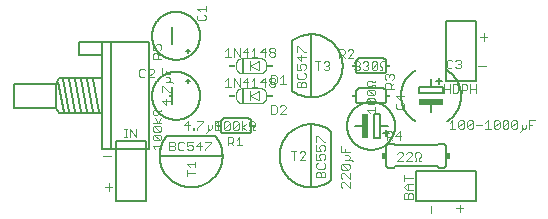
<source format=gto>
G75*
%MOIN*%
%OFA0B0*%
%FSLAX25Y25*%
%IPPOS*%
%LPD*%
%AMOC8*
5,1,8,0,0,1.08239X$1,22.5*
%
%ADD10C,0.00500*%
%ADD11C,0.00300*%
%ADD12C,0.00600*%
%ADD13R,0.01000X0.06400*%
%ADD14R,0.08000X0.02000*%
%ADD15R,0.02000X0.08000*%
%ADD16C,0.00400*%
%ADD17R,0.01000X0.05000*%
%ADD18R,0.02200X0.00800*%
%ADD19R,0.01500X0.01000*%
%ADD20R,0.01500X0.02000*%
%ADD21C,0.00800*%
D10*
X0035337Y0006833D02*
X0045337Y0006833D01*
X0045337Y0026833D01*
X0035337Y0026833D01*
X0035337Y0006833D01*
X0049849Y0021833D02*
X0070825Y0021833D01*
X0050837Y0026305D02*
X0050724Y0026040D01*
X0050618Y0025772D01*
X0050519Y0025502D01*
X0050426Y0025229D01*
X0050340Y0024954D01*
X0050261Y0024677D01*
X0050188Y0024399D01*
X0050123Y0024118D01*
X0050064Y0023836D01*
X0050012Y0023553D01*
X0049967Y0023268D01*
X0049930Y0022982D01*
X0049899Y0022696D01*
X0049875Y0022409D01*
X0049858Y0022121D01*
X0049849Y0021833D01*
X0069837Y0026305D02*
X0069950Y0026040D01*
X0070056Y0025772D01*
X0070155Y0025502D01*
X0070248Y0025229D01*
X0070334Y0024954D01*
X0070413Y0024677D01*
X0070486Y0024399D01*
X0070551Y0024118D01*
X0070610Y0023836D01*
X0070662Y0023553D01*
X0070707Y0023268D01*
X0070744Y0022982D01*
X0070775Y0022696D01*
X0070799Y0022409D01*
X0070816Y0022121D01*
X0070825Y0021833D01*
X0070825Y0021834D02*
X0070828Y0021602D01*
X0070826Y0021371D01*
X0070818Y0021140D01*
X0070804Y0020909D01*
X0070785Y0020679D01*
X0070760Y0020449D01*
X0070729Y0020220D01*
X0070693Y0019991D01*
X0070652Y0019764D01*
X0070605Y0019537D01*
X0070552Y0019312D01*
X0070494Y0019088D01*
X0070430Y0018866D01*
X0070361Y0018645D01*
X0070287Y0018426D01*
X0070207Y0018209D01*
X0070122Y0017994D01*
X0070032Y0017781D01*
X0069937Y0017570D01*
X0069837Y0017362D01*
X0069839Y0026305D02*
X0069735Y0026520D01*
X0069626Y0026733D01*
X0069512Y0026943D01*
X0069393Y0027150D01*
X0069270Y0027355D01*
X0069142Y0027557D01*
X0069009Y0027756D01*
X0068872Y0027951D01*
X0068731Y0028144D01*
X0068585Y0028333D01*
X0052089Y0028333D01*
X0049849Y0021834D02*
X0049846Y0021602D01*
X0049848Y0021371D01*
X0049856Y0021140D01*
X0049870Y0020909D01*
X0049889Y0020679D01*
X0049914Y0020449D01*
X0049945Y0020220D01*
X0049981Y0019991D01*
X0050022Y0019764D01*
X0050069Y0019537D01*
X0050122Y0019312D01*
X0050180Y0019088D01*
X0050244Y0018866D01*
X0050313Y0018645D01*
X0050387Y0018426D01*
X0050467Y0018209D01*
X0050552Y0017994D01*
X0050642Y0017781D01*
X0050737Y0017570D01*
X0050837Y0017362D01*
X0050791Y0026211D02*
X0050898Y0026436D01*
X0051010Y0026659D01*
X0051127Y0026879D01*
X0051249Y0027096D01*
X0051377Y0027311D01*
X0051510Y0027522D01*
X0051647Y0027730D01*
X0051790Y0027934D01*
X0051937Y0028136D01*
X0052089Y0028333D01*
X0050837Y0017361D02*
X0050949Y0017131D01*
X0051066Y0016904D01*
X0051188Y0016680D01*
X0051316Y0016459D01*
X0051450Y0016242D01*
X0051588Y0016027D01*
X0051732Y0015816D01*
X0051881Y0015609D01*
X0052035Y0015405D01*
X0052193Y0015205D01*
X0052357Y0015009D01*
X0052525Y0014817D01*
X0052698Y0014629D01*
X0052876Y0014445D01*
X0053057Y0014266D01*
X0053244Y0014091D01*
X0053434Y0013921D01*
X0053628Y0013756D01*
X0053827Y0013595D01*
X0054029Y0013439D01*
X0054235Y0013288D01*
X0054445Y0013142D01*
X0054658Y0013002D01*
X0054874Y0012866D01*
X0055094Y0012736D01*
X0055317Y0012611D01*
X0055542Y0012492D01*
X0055771Y0012378D01*
X0056002Y0012270D01*
X0056236Y0012167D01*
X0056472Y0012070D01*
X0056711Y0011979D01*
X0056951Y0011894D01*
X0057194Y0011814D01*
X0057439Y0011741D01*
X0057685Y0011673D01*
X0057933Y0011612D01*
X0058182Y0011557D01*
X0058432Y0011507D01*
X0058684Y0011464D01*
X0058937Y0011427D01*
X0059190Y0011396D01*
X0059444Y0011371D01*
X0059699Y0011352D01*
X0059954Y0011340D01*
X0060209Y0011334D01*
X0060465Y0011334D01*
X0060720Y0011340D01*
X0060975Y0011352D01*
X0061230Y0011371D01*
X0061484Y0011396D01*
X0061737Y0011427D01*
X0061990Y0011464D01*
X0062242Y0011507D01*
X0062492Y0011557D01*
X0062741Y0011612D01*
X0062989Y0011673D01*
X0063235Y0011741D01*
X0063480Y0011814D01*
X0063723Y0011894D01*
X0063963Y0011979D01*
X0064202Y0012070D01*
X0064438Y0012167D01*
X0064672Y0012270D01*
X0064903Y0012378D01*
X0065132Y0012492D01*
X0065357Y0012611D01*
X0065580Y0012736D01*
X0065800Y0012866D01*
X0066016Y0013002D01*
X0066229Y0013142D01*
X0066439Y0013288D01*
X0066645Y0013439D01*
X0066847Y0013595D01*
X0067046Y0013756D01*
X0067240Y0013921D01*
X0067430Y0014091D01*
X0067617Y0014266D01*
X0067798Y0014445D01*
X0067976Y0014629D01*
X0068149Y0014817D01*
X0068317Y0015009D01*
X0068481Y0015205D01*
X0068639Y0015405D01*
X0068793Y0015609D01*
X0068942Y0015816D01*
X0069086Y0016027D01*
X0069224Y0016242D01*
X0069358Y0016459D01*
X0069486Y0016680D01*
X0069608Y0016904D01*
X0069725Y0017131D01*
X0069837Y0017361D01*
X0100337Y0032321D02*
X0100625Y0032312D01*
X0100913Y0032295D01*
X0101200Y0032271D01*
X0101486Y0032240D01*
X0101772Y0032203D01*
X0102057Y0032158D01*
X0102340Y0032106D01*
X0102622Y0032047D01*
X0102903Y0031982D01*
X0103181Y0031909D01*
X0103458Y0031830D01*
X0103733Y0031744D01*
X0104006Y0031651D01*
X0104276Y0031552D01*
X0104544Y0031446D01*
X0104809Y0031333D01*
X0106837Y0030081D02*
X0106837Y0013585D01*
X0100337Y0011345D02*
X0100337Y0032322D01*
X0116337Y0039333D02*
X0124337Y0039333D01*
X0124397Y0039335D01*
X0124458Y0039340D01*
X0124517Y0039349D01*
X0124576Y0039362D01*
X0124635Y0039378D01*
X0124692Y0039398D01*
X0124747Y0039421D01*
X0124802Y0039448D01*
X0124854Y0039477D01*
X0124905Y0039510D01*
X0124954Y0039546D01*
X0125000Y0039584D01*
X0125044Y0039626D01*
X0125086Y0039670D01*
X0125124Y0039716D01*
X0125160Y0039765D01*
X0125193Y0039816D01*
X0125222Y0039868D01*
X0125249Y0039923D01*
X0125272Y0039978D01*
X0125292Y0040035D01*
X0125308Y0040094D01*
X0125321Y0040153D01*
X0125330Y0040212D01*
X0125335Y0040273D01*
X0125337Y0040333D01*
X0125337Y0043333D01*
X0125335Y0043393D01*
X0125330Y0043454D01*
X0125321Y0043513D01*
X0125308Y0043572D01*
X0125292Y0043631D01*
X0125272Y0043688D01*
X0125249Y0043743D01*
X0125222Y0043798D01*
X0125193Y0043850D01*
X0125160Y0043901D01*
X0125124Y0043950D01*
X0125086Y0043996D01*
X0125044Y0044040D01*
X0125000Y0044082D01*
X0124954Y0044120D01*
X0124905Y0044156D01*
X0124854Y0044189D01*
X0124802Y0044218D01*
X0124747Y0044245D01*
X0124692Y0044268D01*
X0124635Y0044288D01*
X0124576Y0044304D01*
X0124517Y0044317D01*
X0124458Y0044326D01*
X0124397Y0044331D01*
X0124337Y0044333D01*
X0116337Y0044333D01*
X0116277Y0044331D01*
X0116216Y0044326D01*
X0116157Y0044317D01*
X0116098Y0044304D01*
X0116039Y0044288D01*
X0115982Y0044268D01*
X0115927Y0044245D01*
X0115872Y0044218D01*
X0115820Y0044189D01*
X0115769Y0044156D01*
X0115720Y0044120D01*
X0115674Y0044082D01*
X0115630Y0044040D01*
X0115588Y0043996D01*
X0115550Y0043950D01*
X0115514Y0043901D01*
X0115481Y0043850D01*
X0115452Y0043798D01*
X0115425Y0043743D01*
X0115402Y0043688D01*
X0115382Y0043631D01*
X0115366Y0043572D01*
X0115353Y0043513D01*
X0115344Y0043454D01*
X0115339Y0043393D01*
X0115337Y0043333D01*
X0115337Y0040333D01*
X0115339Y0040273D01*
X0115344Y0040212D01*
X0115353Y0040153D01*
X0115366Y0040094D01*
X0115382Y0040035D01*
X0115402Y0039978D01*
X0115425Y0039923D01*
X0115452Y0039868D01*
X0115481Y0039816D01*
X0115514Y0039765D01*
X0115550Y0039716D01*
X0115588Y0039670D01*
X0115630Y0039626D01*
X0115674Y0039584D01*
X0115720Y0039546D01*
X0115769Y0039510D01*
X0115820Y0039477D01*
X0115872Y0039448D01*
X0115927Y0039421D01*
X0115982Y0039398D01*
X0116039Y0039378D01*
X0116098Y0039362D01*
X0116157Y0039349D01*
X0116216Y0039340D01*
X0116277Y0039335D01*
X0116337Y0039333D01*
X0100337Y0041345D02*
X0100337Y0062322D01*
X0093837Y0060081D02*
X0093837Y0043585D01*
X0095865Y0061333D02*
X0096130Y0061446D01*
X0096398Y0061552D01*
X0096668Y0061651D01*
X0096941Y0061744D01*
X0097216Y0061830D01*
X0097493Y0061909D01*
X0097771Y0061982D01*
X0098052Y0062047D01*
X0098334Y0062106D01*
X0098617Y0062158D01*
X0098902Y0062203D01*
X0099188Y0062240D01*
X0099474Y0062271D01*
X0099761Y0062295D01*
X0100049Y0062312D01*
X0100337Y0062321D01*
X0116337Y0054333D02*
X0124337Y0054333D01*
X0124397Y0054331D01*
X0124458Y0054326D01*
X0124517Y0054317D01*
X0124576Y0054304D01*
X0124635Y0054288D01*
X0124692Y0054268D01*
X0124747Y0054245D01*
X0124802Y0054218D01*
X0124854Y0054189D01*
X0124905Y0054156D01*
X0124954Y0054120D01*
X0125000Y0054082D01*
X0125044Y0054040D01*
X0125086Y0053996D01*
X0125124Y0053950D01*
X0125160Y0053901D01*
X0125193Y0053850D01*
X0125222Y0053798D01*
X0125249Y0053743D01*
X0125272Y0053688D01*
X0125292Y0053631D01*
X0125308Y0053572D01*
X0125321Y0053513D01*
X0125330Y0053454D01*
X0125335Y0053393D01*
X0125337Y0053333D01*
X0125337Y0050333D01*
X0125335Y0050273D01*
X0125330Y0050212D01*
X0125321Y0050153D01*
X0125308Y0050094D01*
X0125292Y0050035D01*
X0125272Y0049978D01*
X0125249Y0049923D01*
X0125222Y0049868D01*
X0125193Y0049816D01*
X0125160Y0049765D01*
X0125124Y0049716D01*
X0125086Y0049670D01*
X0125044Y0049626D01*
X0125000Y0049584D01*
X0124954Y0049546D01*
X0124905Y0049510D01*
X0124854Y0049477D01*
X0124802Y0049448D01*
X0124747Y0049421D01*
X0124692Y0049398D01*
X0124635Y0049378D01*
X0124576Y0049362D01*
X0124517Y0049349D01*
X0124458Y0049340D01*
X0124397Y0049335D01*
X0124337Y0049333D01*
X0116337Y0049333D01*
X0116277Y0049335D01*
X0116216Y0049340D01*
X0116157Y0049349D01*
X0116098Y0049362D01*
X0116039Y0049378D01*
X0115982Y0049398D01*
X0115927Y0049421D01*
X0115872Y0049448D01*
X0115820Y0049477D01*
X0115769Y0049510D01*
X0115720Y0049546D01*
X0115674Y0049584D01*
X0115630Y0049626D01*
X0115588Y0049670D01*
X0115550Y0049716D01*
X0115514Y0049765D01*
X0115481Y0049816D01*
X0115452Y0049868D01*
X0115425Y0049923D01*
X0115402Y0049978D01*
X0115382Y0050035D01*
X0115366Y0050094D01*
X0115353Y0050153D01*
X0115344Y0050212D01*
X0115339Y0050273D01*
X0115337Y0050333D01*
X0115337Y0053333D01*
X0115339Y0053393D01*
X0115344Y0053454D01*
X0115353Y0053513D01*
X0115366Y0053572D01*
X0115382Y0053631D01*
X0115402Y0053688D01*
X0115425Y0053743D01*
X0115452Y0053798D01*
X0115481Y0053850D01*
X0115514Y0053901D01*
X0115550Y0053950D01*
X0115588Y0053996D01*
X0115630Y0054040D01*
X0115674Y0054082D01*
X0115720Y0054120D01*
X0115769Y0054156D01*
X0115820Y0054189D01*
X0115872Y0054218D01*
X0115927Y0054245D01*
X0115982Y0054268D01*
X0116039Y0054288D01*
X0116098Y0054304D01*
X0116157Y0054317D01*
X0116216Y0054326D01*
X0116277Y0054331D01*
X0116337Y0054333D01*
X0100337Y0041345D02*
X0100049Y0041354D01*
X0099761Y0041371D01*
X0099474Y0041395D01*
X0099188Y0041426D01*
X0098902Y0041463D01*
X0098617Y0041508D01*
X0098334Y0041560D01*
X0098052Y0041619D01*
X0097771Y0041684D01*
X0097493Y0041757D01*
X0097216Y0041836D01*
X0096941Y0041922D01*
X0096668Y0042015D01*
X0096398Y0042114D01*
X0096130Y0042220D01*
X0095865Y0042333D01*
X0100337Y0041345D02*
X0100569Y0041342D01*
X0100800Y0041344D01*
X0101031Y0041352D01*
X0101262Y0041366D01*
X0101492Y0041385D01*
X0101722Y0041410D01*
X0101951Y0041441D01*
X0102180Y0041477D01*
X0102407Y0041518D01*
X0102634Y0041565D01*
X0102859Y0041618D01*
X0103083Y0041676D01*
X0103305Y0041740D01*
X0103526Y0041809D01*
X0103745Y0041883D01*
X0103962Y0041963D01*
X0104177Y0042048D01*
X0104390Y0042138D01*
X0104601Y0042233D01*
X0104809Y0042333D01*
X0095959Y0042287D02*
X0095734Y0042394D01*
X0095511Y0042506D01*
X0095291Y0042623D01*
X0095074Y0042745D01*
X0094859Y0042873D01*
X0094648Y0043006D01*
X0094440Y0043143D01*
X0094236Y0043286D01*
X0094034Y0043433D01*
X0093837Y0043585D01*
X0104809Y0042333D02*
X0105039Y0042445D01*
X0105266Y0042562D01*
X0105490Y0042684D01*
X0105711Y0042812D01*
X0105928Y0042946D01*
X0106143Y0043084D01*
X0106354Y0043228D01*
X0106561Y0043377D01*
X0106765Y0043531D01*
X0106965Y0043689D01*
X0107161Y0043853D01*
X0107353Y0044021D01*
X0107541Y0044194D01*
X0107725Y0044372D01*
X0107904Y0044553D01*
X0108079Y0044740D01*
X0108249Y0044930D01*
X0108414Y0045124D01*
X0108575Y0045323D01*
X0108731Y0045525D01*
X0108882Y0045731D01*
X0109028Y0045941D01*
X0109168Y0046154D01*
X0109304Y0046370D01*
X0109434Y0046590D01*
X0109559Y0046813D01*
X0109678Y0047038D01*
X0109792Y0047267D01*
X0109900Y0047498D01*
X0110003Y0047732D01*
X0110100Y0047968D01*
X0110191Y0048207D01*
X0110276Y0048447D01*
X0110356Y0048690D01*
X0110429Y0048935D01*
X0110497Y0049181D01*
X0110558Y0049429D01*
X0110613Y0049678D01*
X0110663Y0049928D01*
X0110706Y0050180D01*
X0110743Y0050433D01*
X0110774Y0050686D01*
X0110799Y0050940D01*
X0110818Y0051195D01*
X0110830Y0051450D01*
X0110836Y0051705D01*
X0110836Y0051961D01*
X0110830Y0052216D01*
X0110818Y0052471D01*
X0110799Y0052726D01*
X0110774Y0052980D01*
X0110743Y0053233D01*
X0110706Y0053486D01*
X0110663Y0053738D01*
X0110613Y0053988D01*
X0110558Y0054237D01*
X0110497Y0054485D01*
X0110429Y0054731D01*
X0110356Y0054976D01*
X0110276Y0055219D01*
X0110191Y0055459D01*
X0110100Y0055698D01*
X0110003Y0055934D01*
X0109900Y0056168D01*
X0109792Y0056399D01*
X0109678Y0056628D01*
X0109559Y0056853D01*
X0109434Y0057076D01*
X0109304Y0057296D01*
X0109168Y0057512D01*
X0109028Y0057725D01*
X0108882Y0057935D01*
X0108731Y0058141D01*
X0108575Y0058343D01*
X0108414Y0058542D01*
X0108249Y0058736D01*
X0108079Y0058926D01*
X0107904Y0059113D01*
X0107725Y0059294D01*
X0107541Y0059472D01*
X0107353Y0059645D01*
X0107161Y0059813D01*
X0106965Y0059977D01*
X0106765Y0060135D01*
X0106561Y0060289D01*
X0106354Y0060438D01*
X0106143Y0060582D01*
X0105928Y0060720D01*
X0105711Y0060854D01*
X0105490Y0060982D01*
X0105266Y0061104D01*
X0105039Y0061221D01*
X0104809Y0061333D01*
X0104601Y0061433D01*
X0104390Y0061528D01*
X0104177Y0061618D01*
X0103962Y0061703D01*
X0103745Y0061783D01*
X0103526Y0061857D01*
X0103305Y0061926D01*
X0103083Y0061990D01*
X0102859Y0062048D01*
X0102634Y0062101D01*
X0102407Y0062148D01*
X0102180Y0062189D01*
X0101951Y0062225D01*
X0101722Y0062256D01*
X0101492Y0062281D01*
X0101262Y0062300D01*
X0101031Y0062314D01*
X0100800Y0062322D01*
X0100569Y0062324D01*
X0100337Y0062321D01*
X0095865Y0061335D02*
X0095650Y0061231D01*
X0095437Y0061122D01*
X0095227Y0061008D01*
X0095020Y0060889D01*
X0094815Y0060766D01*
X0094613Y0060638D01*
X0094414Y0060505D01*
X0094219Y0060368D01*
X0094026Y0060227D01*
X0093837Y0060081D01*
X0145337Y0066833D02*
X0145337Y0046833D01*
X0155337Y0046833D01*
X0155337Y0066833D01*
X0145337Y0066833D01*
X0104809Y0012333D02*
X0104544Y0012220D01*
X0104276Y0012114D01*
X0104006Y0012015D01*
X0103733Y0011922D01*
X0103458Y0011836D01*
X0103181Y0011757D01*
X0102903Y0011684D01*
X0102622Y0011619D01*
X0102340Y0011560D01*
X0102057Y0011508D01*
X0101772Y0011463D01*
X0101486Y0011426D01*
X0101200Y0011395D01*
X0100913Y0011371D01*
X0100625Y0011354D01*
X0100337Y0011345D01*
X0100105Y0011342D01*
X0099874Y0011344D01*
X0099643Y0011352D01*
X0099412Y0011366D01*
X0099182Y0011385D01*
X0098952Y0011410D01*
X0098723Y0011441D01*
X0098494Y0011477D01*
X0098267Y0011518D01*
X0098040Y0011565D01*
X0097815Y0011618D01*
X0097591Y0011676D01*
X0097369Y0011740D01*
X0097148Y0011809D01*
X0096929Y0011883D01*
X0096712Y0011963D01*
X0096497Y0012048D01*
X0096284Y0012138D01*
X0096073Y0012233D01*
X0095865Y0012333D01*
X0104809Y0012331D02*
X0105024Y0012435D01*
X0105237Y0012544D01*
X0105447Y0012658D01*
X0105654Y0012777D01*
X0105859Y0012900D01*
X0106061Y0013028D01*
X0106260Y0013161D01*
X0106455Y0013298D01*
X0106648Y0013439D01*
X0106837Y0013585D01*
X0095865Y0012333D02*
X0095635Y0012445D01*
X0095408Y0012562D01*
X0095184Y0012684D01*
X0094963Y0012812D01*
X0094746Y0012946D01*
X0094531Y0013084D01*
X0094320Y0013228D01*
X0094113Y0013377D01*
X0093909Y0013531D01*
X0093709Y0013689D01*
X0093513Y0013853D01*
X0093321Y0014021D01*
X0093133Y0014194D01*
X0092949Y0014372D01*
X0092770Y0014553D01*
X0092595Y0014740D01*
X0092425Y0014930D01*
X0092260Y0015124D01*
X0092099Y0015323D01*
X0091943Y0015525D01*
X0091792Y0015731D01*
X0091646Y0015941D01*
X0091506Y0016154D01*
X0091370Y0016370D01*
X0091240Y0016590D01*
X0091115Y0016813D01*
X0090996Y0017038D01*
X0090882Y0017267D01*
X0090774Y0017498D01*
X0090671Y0017732D01*
X0090574Y0017968D01*
X0090483Y0018207D01*
X0090398Y0018447D01*
X0090318Y0018690D01*
X0090245Y0018935D01*
X0090177Y0019181D01*
X0090116Y0019429D01*
X0090061Y0019678D01*
X0090011Y0019928D01*
X0089968Y0020180D01*
X0089931Y0020433D01*
X0089900Y0020686D01*
X0089875Y0020940D01*
X0089856Y0021195D01*
X0089844Y0021450D01*
X0089838Y0021705D01*
X0089838Y0021961D01*
X0089844Y0022216D01*
X0089856Y0022471D01*
X0089875Y0022726D01*
X0089900Y0022980D01*
X0089931Y0023233D01*
X0089968Y0023486D01*
X0090011Y0023738D01*
X0090061Y0023988D01*
X0090116Y0024237D01*
X0090177Y0024485D01*
X0090245Y0024731D01*
X0090318Y0024976D01*
X0090398Y0025219D01*
X0090483Y0025459D01*
X0090574Y0025698D01*
X0090671Y0025934D01*
X0090774Y0026168D01*
X0090882Y0026399D01*
X0090996Y0026628D01*
X0091115Y0026853D01*
X0091240Y0027076D01*
X0091370Y0027296D01*
X0091506Y0027512D01*
X0091646Y0027725D01*
X0091792Y0027935D01*
X0091943Y0028141D01*
X0092099Y0028343D01*
X0092260Y0028542D01*
X0092425Y0028736D01*
X0092595Y0028926D01*
X0092770Y0029113D01*
X0092949Y0029294D01*
X0093133Y0029472D01*
X0093321Y0029645D01*
X0093513Y0029813D01*
X0093709Y0029977D01*
X0093909Y0030135D01*
X0094113Y0030289D01*
X0094320Y0030438D01*
X0094531Y0030582D01*
X0094746Y0030720D01*
X0094963Y0030854D01*
X0095184Y0030982D01*
X0095408Y0031104D01*
X0095635Y0031221D01*
X0095865Y0031333D01*
X0096073Y0031433D01*
X0096284Y0031528D01*
X0096497Y0031618D01*
X0096712Y0031703D01*
X0096929Y0031783D01*
X0097148Y0031857D01*
X0097369Y0031926D01*
X0097591Y0031990D01*
X0097815Y0032048D01*
X0098040Y0032101D01*
X0098267Y0032148D01*
X0098494Y0032189D01*
X0098723Y0032225D01*
X0098952Y0032256D01*
X0099182Y0032281D01*
X0099412Y0032300D01*
X0099643Y0032314D01*
X0099874Y0032322D01*
X0100105Y0032324D01*
X0100337Y0032321D01*
X0104715Y0031379D02*
X0104940Y0031272D01*
X0105163Y0031160D01*
X0105383Y0031043D01*
X0105600Y0030921D01*
X0105815Y0030793D01*
X0106026Y0030660D01*
X0106234Y0030523D01*
X0106438Y0030380D01*
X0106640Y0030233D01*
X0106837Y0030081D01*
X0135337Y0016833D02*
X0135337Y0006833D01*
X0155337Y0006833D01*
X0155337Y0016833D01*
X0135337Y0016833D01*
D11*
X0034070Y0011376D02*
X0031601Y0011376D01*
X0032835Y0010142D02*
X0032835Y0012611D01*
X0033614Y0021835D02*
X0031145Y0021835D01*
X0038032Y0027983D02*
X0038999Y0027983D01*
X0038515Y0027983D02*
X0038515Y0030886D01*
X0038032Y0030886D02*
X0038999Y0030886D01*
X0039996Y0030886D02*
X0041931Y0027983D01*
X0041931Y0030886D01*
X0039996Y0030886D02*
X0039996Y0027983D01*
X0047485Y0028381D02*
X0047485Y0027414D01*
X0047968Y0026930D01*
X0049903Y0026930D01*
X0047968Y0028865D01*
X0049903Y0028865D01*
X0050387Y0028381D01*
X0050387Y0027414D01*
X0049903Y0026930D01*
X0050387Y0025918D02*
X0050387Y0023983D01*
X0048452Y0023983D02*
X0047485Y0024951D01*
X0050387Y0024951D01*
X0053121Y0025085D02*
X0054572Y0025085D01*
X0055056Y0024601D01*
X0055056Y0024117D01*
X0054572Y0023633D01*
X0053121Y0023633D01*
X0053121Y0026536D01*
X0054572Y0026536D01*
X0055056Y0026052D01*
X0055056Y0025568D01*
X0054572Y0025085D01*
X0056067Y0026052D02*
X0056067Y0024117D01*
X0056551Y0023633D01*
X0057518Y0023633D01*
X0058002Y0024117D01*
X0059014Y0024117D02*
X0059497Y0023633D01*
X0060465Y0023633D01*
X0060949Y0024117D01*
X0060949Y0025085D01*
X0060465Y0025568D01*
X0059981Y0025568D01*
X0059014Y0025085D01*
X0059014Y0026536D01*
X0060949Y0026536D01*
X0061960Y0025085D02*
X0063412Y0026536D01*
X0063412Y0023633D01*
X0064907Y0023633D02*
X0064907Y0024117D01*
X0066842Y0026052D01*
X0066842Y0026536D01*
X0064907Y0026536D01*
X0063895Y0025085D02*
X0061960Y0025085D01*
X0058002Y0026052D02*
X0057518Y0026536D01*
X0056551Y0026536D01*
X0056067Y0026052D01*
X0047968Y0028865D02*
X0047485Y0028381D01*
X0047968Y0029876D02*
X0047485Y0030360D01*
X0047485Y0031328D01*
X0047968Y0031811D01*
X0049903Y0029876D01*
X0050387Y0030360D01*
X0050387Y0031328D01*
X0049903Y0031811D01*
X0047968Y0031811D01*
X0047485Y0032823D02*
X0050387Y0032823D01*
X0049420Y0032823D02*
X0048452Y0034274D01*
X0049420Y0032823D02*
X0050387Y0034274D01*
X0050387Y0035278D02*
X0050387Y0035762D01*
X0049420Y0035762D01*
X0048936Y0035278D01*
X0047968Y0035278D01*
X0047485Y0035762D01*
X0047485Y0036730D01*
X0047968Y0037213D01*
X0048936Y0037213D01*
X0049420Y0036730D01*
X0050387Y0036730D01*
X0050387Y0037213D01*
X0051936Y0038724D02*
X0051936Y0040659D01*
X0052903Y0041671D02*
X0052903Y0042154D01*
X0053387Y0042154D01*
X0053387Y0041671D01*
X0052903Y0041671D01*
X0052903Y0043144D02*
X0053387Y0043144D01*
X0052903Y0043144D02*
X0050968Y0045079D01*
X0050485Y0045079D01*
X0050485Y0043144D01*
X0050485Y0040175D02*
X0051936Y0038724D01*
X0053387Y0040175D02*
X0050485Y0040175D01*
X0054354Y0046090D02*
X0053871Y0046574D01*
X0052903Y0046574D01*
X0053387Y0047058D01*
X0053387Y0047542D01*
X0052903Y0048025D01*
X0051936Y0048025D01*
X0051936Y0049037D02*
X0051936Y0050004D01*
X0050485Y0049037D02*
X0050485Y0050972D01*
X0047975Y0050402D02*
X0047492Y0050886D01*
X0046524Y0050886D01*
X0046040Y0050402D01*
X0045029Y0050402D02*
X0044545Y0050886D01*
X0043578Y0050886D01*
X0043094Y0050402D01*
X0043094Y0048467D01*
X0043578Y0047983D01*
X0044545Y0047983D01*
X0045029Y0048467D01*
X0046040Y0047983D02*
X0047975Y0049918D01*
X0047975Y0050402D01*
X0050485Y0049037D02*
X0053387Y0049037D01*
X0052903Y0046574D02*
X0051936Y0046574D01*
X0047975Y0047983D02*
X0046040Y0047983D01*
X0047485Y0054090D02*
X0047485Y0055542D01*
X0047968Y0056025D01*
X0048936Y0056025D01*
X0049420Y0055542D01*
X0049420Y0054090D01*
X0050387Y0054090D02*
X0047485Y0054090D01*
X0049420Y0055058D02*
X0050387Y0056025D01*
X0049903Y0057037D02*
X0050387Y0057521D01*
X0050387Y0058488D01*
X0049903Y0058972D01*
X0048936Y0058972D01*
X0048452Y0058488D01*
X0048452Y0058004D01*
X0048936Y0057037D01*
X0047485Y0057037D01*
X0047485Y0058972D01*
X0062285Y0067467D02*
X0062768Y0066983D01*
X0064703Y0066983D01*
X0065187Y0067467D01*
X0065187Y0068435D01*
X0064703Y0068918D01*
X0065187Y0069930D02*
X0065187Y0071865D01*
X0065187Y0070897D02*
X0062285Y0070897D01*
X0063252Y0069930D01*
X0062768Y0068918D02*
X0062285Y0068435D01*
X0062285Y0067467D01*
X0072615Y0057761D02*
X0072615Y0054858D01*
X0073582Y0054858D02*
X0071647Y0054858D01*
X0074594Y0054858D02*
X0074594Y0057761D01*
X0076529Y0054858D01*
X0076529Y0057761D01*
X0077540Y0056310D02*
X0078992Y0057761D01*
X0078992Y0054858D01*
X0080487Y0054858D02*
X0082422Y0054858D01*
X0081454Y0054858D02*
X0081454Y0057761D01*
X0080487Y0056793D01*
X0079475Y0056310D02*
X0077540Y0056310D01*
X0072615Y0057761D02*
X0071647Y0056793D01*
X0080087Y0053333D02*
X0080087Y0051833D01*
X0080087Y0050333D01*
X0080087Y0051833D02*
X0082837Y0050333D01*
X0082837Y0053333D01*
X0080087Y0051833D01*
X0084885Y0054858D02*
X0084885Y0057761D01*
X0083434Y0056310D01*
X0085369Y0056310D01*
X0086380Y0056793D02*
X0086380Y0057277D01*
X0086864Y0057761D01*
X0087831Y0057761D01*
X0088315Y0057277D01*
X0088315Y0056793D01*
X0087831Y0056310D01*
X0086864Y0056310D01*
X0086380Y0056793D01*
X0086864Y0056310D02*
X0086380Y0055826D01*
X0086380Y0055342D01*
X0086864Y0054858D01*
X0087831Y0054858D01*
X0088315Y0055342D01*
X0088315Y0055826D01*
X0087831Y0056310D01*
X0095635Y0056403D02*
X0095635Y0058338D01*
X0096118Y0058338D01*
X0098053Y0056403D01*
X0098537Y0056403D01*
X0097086Y0055392D02*
X0097086Y0053457D01*
X0095635Y0054908D01*
X0098537Y0054908D01*
X0101540Y0053286D02*
X0103475Y0053286D01*
X0102508Y0053286D02*
X0102508Y0050383D01*
X0104487Y0050867D02*
X0104971Y0050383D01*
X0105938Y0050383D01*
X0106422Y0050867D01*
X0106422Y0051351D01*
X0105938Y0051835D01*
X0105454Y0051835D01*
X0105938Y0051835D02*
X0106422Y0052318D01*
X0106422Y0052802D01*
X0105938Y0053286D01*
X0104971Y0053286D01*
X0104487Y0052802D01*
X0109594Y0054483D02*
X0109594Y0057386D01*
X0111045Y0057386D01*
X0111529Y0056902D01*
X0111529Y0055935D01*
X0111045Y0055451D01*
X0109594Y0055451D01*
X0110561Y0055451D02*
X0111529Y0054483D01*
X0112540Y0054483D02*
X0114475Y0056418D01*
X0114475Y0056902D01*
X0113992Y0057386D01*
X0113024Y0057386D01*
X0112540Y0056902D01*
X0112540Y0054483D02*
X0114475Y0054483D01*
X0115078Y0053286D02*
X0114594Y0052802D01*
X0115078Y0053286D02*
X0116045Y0053286D01*
X0116529Y0052802D01*
X0116529Y0052318D01*
X0116045Y0051835D01*
X0116529Y0051351D01*
X0116529Y0050867D01*
X0116045Y0050383D01*
X0115078Y0050383D01*
X0114594Y0050867D01*
X0115561Y0051835D02*
X0116045Y0051835D01*
X0117540Y0050867D02*
X0118024Y0050383D01*
X0118992Y0050383D01*
X0119475Y0050867D01*
X0119475Y0051351D01*
X0118992Y0051835D01*
X0118508Y0051835D01*
X0118992Y0051835D02*
X0119475Y0052318D01*
X0119475Y0052802D01*
X0118992Y0053286D01*
X0118024Y0053286D01*
X0117540Y0052802D01*
X0120487Y0052802D02*
X0120971Y0053286D01*
X0121938Y0053286D01*
X0122422Y0052802D01*
X0120487Y0050867D01*
X0120971Y0050383D01*
X0121938Y0050383D01*
X0122422Y0050867D01*
X0122422Y0052802D01*
X0123434Y0052802D02*
X0123917Y0053286D01*
X0124885Y0053286D01*
X0125369Y0052802D01*
X0125369Y0051835D01*
X0124885Y0051351D01*
X0124885Y0050383D01*
X0125369Y0050383D01*
X0125468Y0049115D02*
X0125952Y0049115D01*
X0126436Y0048631D01*
X0126920Y0049115D01*
X0127403Y0049115D01*
X0127887Y0048631D01*
X0127887Y0047664D01*
X0127403Y0047180D01*
X0127887Y0046168D02*
X0126920Y0045201D01*
X0126920Y0045685D02*
X0126920Y0044233D01*
X0127887Y0044233D02*
X0124985Y0044233D01*
X0124985Y0045685D01*
X0125468Y0046168D01*
X0126436Y0046168D01*
X0126920Y0045685D01*
X0125468Y0047180D02*
X0124985Y0047664D01*
X0124985Y0048631D01*
X0125468Y0049115D01*
X0126436Y0048631D02*
X0126436Y0048147D01*
X0121787Y0046865D02*
X0121787Y0046381D01*
X0120820Y0046381D01*
X0120336Y0046865D01*
X0119368Y0046865D01*
X0118885Y0046381D01*
X0118885Y0045414D01*
X0119368Y0044930D01*
X0120336Y0044930D01*
X0120820Y0045414D01*
X0121787Y0045414D01*
X0121787Y0044930D01*
X0121303Y0043918D02*
X0119368Y0043918D01*
X0121303Y0041983D01*
X0121787Y0042467D01*
X0121787Y0043435D01*
X0121303Y0043918D01*
X0119368Y0043918D02*
X0118885Y0043435D01*
X0118885Y0042467D01*
X0119368Y0041983D01*
X0121303Y0041983D01*
X0121303Y0040972D02*
X0119368Y0040972D01*
X0121303Y0039037D01*
X0121787Y0039521D01*
X0121787Y0040488D01*
X0121303Y0040972D01*
X0119368Y0040972D02*
X0118885Y0040488D01*
X0118885Y0039521D01*
X0119368Y0039037D01*
X0121303Y0039037D01*
X0121787Y0038025D02*
X0121787Y0036090D01*
X0121787Y0037058D02*
X0118885Y0037058D01*
X0119852Y0036090D01*
X0128485Y0037967D02*
X0128968Y0037483D01*
X0130903Y0037483D01*
X0131387Y0037967D01*
X0131387Y0038935D01*
X0130903Y0039418D01*
X0128968Y0039418D02*
X0128485Y0038935D01*
X0128485Y0037967D01*
X0129936Y0040430D02*
X0129936Y0042365D01*
X0131387Y0041881D02*
X0128485Y0041881D01*
X0129936Y0040430D01*
X0144594Y0042783D02*
X0144594Y0045686D01*
X0146529Y0045686D02*
X0146529Y0042783D01*
X0147540Y0042783D02*
X0148992Y0042783D01*
X0149475Y0043267D01*
X0149475Y0045202D01*
X0148992Y0045686D01*
X0147540Y0045686D01*
X0147540Y0042783D01*
X0146529Y0044235D02*
X0144594Y0044235D01*
X0150487Y0043751D02*
X0151938Y0043751D01*
X0152422Y0044235D01*
X0152422Y0045202D01*
X0151938Y0045686D01*
X0150487Y0045686D01*
X0150487Y0042783D01*
X0153434Y0042783D02*
X0153434Y0045686D01*
X0155369Y0045686D02*
X0155369Y0042783D01*
X0155369Y0044235D02*
X0153434Y0044235D01*
X0149885Y0050983D02*
X0148917Y0050983D01*
X0148434Y0051467D01*
X0147422Y0051467D02*
X0146938Y0050983D01*
X0145971Y0050983D01*
X0145487Y0051467D01*
X0145487Y0053402D01*
X0145971Y0053886D01*
X0146938Y0053886D01*
X0147422Y0053402D01*
X0148434Y0053402D02*
X0148917Y0053886D01*
X0149885Y0053886D01*
X0150369Y0053402D01*
X0150369Y0052918D01*
X0149885Y0052435D01*
X0150369Y0051951D01*
X0150369Y0051467D01*
X0149885Y0050983D01*
X0149885Y0052435D02*
X0149401Y0052435D01*
X0156145Y0051835D02*
X0158614Y0051835D01*
X0157835Y0060142D02*
X0157835Y0062611D01*
X0156601Y0061376D02*
X0159070Y0061376D01*
X0123917Y0051351D02*
X0123917Y0050383D01*
X0123434Y0050383D01*
X0123917Y0051351D02*
X0123434Y0051835D01*
X0123434Y0052802D01*
X0120487Y0052802D02*
X0120487Y0050867D01*
X0098537Y0050994D02*
X0098053Y0050510D01*
X0098537Y0050994D02*
X0098537Y0051961D01*
X0098053Y0052445D01*
X0097086Y0052445D01*
X0096602Y0051961D01*
X0096602Y0051478D01*
X0097086Y0050510D01*
X0095635Y0050510D01*
X0095635Y0052445D01*
X0096118Y0049499D02*
X0095635Y0049015D01*
X0095635Y0048047D01*
X0096118Y0047564D01*
X0098053Y0047564D01*
X0098537Y0048047D01*
X0098537Y0049015D01*
X0098053Y0049499D01*
X0098053Y0046552D02*
X0098537Y0046068D01*
X0098537Y0044617D01*
X0095635Y0044617D01*
X0095635Y0046068D01*
X0096118Y0046552D01*
X0096602Y0046552D01*
X0097086Y0046068D01*
X0097086Y0044617D01*
X0097086Y0046068D02*
X0097570Y0046552D01*
X0098053Y0046552D01*
X0091869Y0045783D02*
X0089934Y0045783D01*
X0090901Y0045783D02*
X0090901Y0048686D01*
X0089934Y0047718D01*
X0088922Y0048202D02*
X0088438Y0048686D01*
X0086987Y0048686D01*
X0086987Y0045783D01*
X0088438Y0045783D01*
X0088922Y0046267D01*
X0088922Y0048202D01*
X0088315Y0047277D02*
X0088315Y0046793D01*
X0087831Y0046310D01*
X0086864Y0046310D01*
X0086380Y0046793D01*
X0086380Y0047277D01*
X0086864Y0047761D01*
X0087831Y0047761D01*
X0088315Y0047277D01*
X0087831Y0046310D02*
X0088315Y0045826D01*
X0088315Y0045342D01*
X0087831Y0044858D01*
X0086864Y0044858D01*
X0086380Y0045342D01*
X0086380Y0045826D01*
X0086864Y0046310D01*
X0085369Y0046310D02*
X0083434Y0046310D01*
X0084885Y0047761D01*
X0084885Y0044858D01*
X0082422Y0044858D02*
X0080487Y0044858D01*
X0081454Y0044858D02*
X0081454Y0047761D01*
X0080487Y0046793D01*
X0079475Y0046310D02*
X0077540Y0046310D01*
X0078992Y0047761D01*
X0078992Y0044858D01*
X0076529Y0044858D02*
X0076529Y0047761D01*
X0074594Y0047761D02*
X0076529Y0044858D01*
X0074594Y0044858D02*
X0074594Y0047761D01*
X0072615Y0047761D02*
X0072615Y0044858D01*
X0073582Y0044858D02*
X0071647Y0044858D01*
X0071647Y0046793D02*
X0072615Y0047761D01*
X0080087Y0043333D02*
X0080087Y0041833D01*
X0080087Y0040333D01*
X0080087Y0041833D02*
X0082837Y0040333D01*
X0082837Y0043333D01*
X0080087Y0041833D01*
X0086987Y0038686D02*
X0088438Y0038686D01*
X0088922Y0038202D01*
X0088922Y0036267D01*
X0088438Y0035783D01*
X0086987Y0035783D01*
X0086987Y0038686D01*
X0089934Y0038202D02*
X0090417Y0038686D01*
X0091385Y0038686D01*
X0091869Y0038202D01*
X0091869Y0037718D01*
X0089934Y0035783D01*
X0091869Y0035783D01*
X0081596Y0032802D02*
X0081596Y0031835D01*
X0081112Y0031351D01*
X0081112Y0030383D01*
X0081596Y0030383D01*
X0080145Y0030383D02*
X0080145Y0031351D01*
X0079661Y0031835D01*
X0079661Y0032802D01*
X0080145Y0033286D01*
X0081112Y0033286D01*
X0081596Y0032802D01*
X0078657Y0032318D02*
X0077206Y0031351D01*
X0078657Y0030383D01*
X0079661Y0030383D02*
X0080145Y0030383D01*
X0077206Y0030383D02*
X0077206Y0033286D01*
X0076194Y0032802D02*
X0074259Y0030867D01*
X0074743Y0030383D01*
X0075711Y0030383D01*
X0076194Y0030867D01*
X0076194Y0032802D01*
X0075711Y0033286D01*
X0074743Y0033286D01*
X0074259Y0032802D01*
X0074259Y0030867D01*
X0073248Y0030867D02*
X0072764Y0030383D01*
X0071797Y0030383D01*
X0071313Y0030867D01*
X0073248Y0032802D01*
X0073248Y0030867D01*
X0071313Y0030867D02*
X0071313Y0032802D01*
X0071797Y0033286D01*
X0072764Y0033286D01*
X0073248Y0032802D01*
X0070235Y0033436D02*
X0068300Y0033436D01*
X0068300Y0030533D01*
X0068366Y0030383D02*
X0070301Y0030383D01*
X0069334Y0030383D02*
X0069334Y0033286D01*
X0068366Y0032318D01*
X0068300Y0031985D02*
X0069267Y0031985D01*
X0067288Y0031985D02*
X0067288Y0031017D01*
X0066805Y0030533D01*
X0066321Y0030533D01*
X0065837Y0031017D01*
X0065837Y0030050D01*
X0065353Y0029566D01*
X0065837Y0031017D02*
X0065837Y0031985D01*
X0064342Y0032952D02*
X0062407Y0031017D01*
X0062407Y0030533D01*
X0061417Y0030533D02*
X0061417Y0031017D01*
X0060934Y0031017D01*
X0060934Y0030533D01*
X0061417Y0030533D01*
X0059438Y0030533D02*
X0059438Y0033436D01*
X0057987Y0031985D01*
X0059922Y0031985D01*
X0062407Y0033436D02*
X0064342Y0033436D01*
X0064342Y0032952D01*
X0072540Y0028186D02*
X0073992Y0028186D01*
X0074475Y0027702D01*
X0074475Y0026735D01*
X0073992Y0026251D01*
X0072540Y0026251D01*
X0072540Y0025283D02*
X0072540Y0028186D01*
X0075487Y0027218D02*
X0076454Y0028186D01*
X0076454Y0025283D01*
X0075487Y0025283D02*
X0077422Y0025283D01*
X0074475Y0025283D02*
X0073508Y0026251D01*
X0061787Y0019918D02*
X0061787Y0017983D01*
X0061787Y0018951D02*
X0058885Y0018951D01*
X0059852Y0017983D01*
X0058885Y0016972D02*
X0058885Y0015037D01*
X0058885Y0016004D02*
X0061787Y0016004D01*
X0093540Y0023286D02*
X0095475Y0023286D01*
X0094508Y0023286D02*
X0094508Y0020383D01*
X0096487Y0020383D02*
X0098422Y0022318D01*
X0098422Y0022802D01*
X0097938Y0023286D01*
X0096971Y0023286D01*
X0096487Y0022802D01*
X0102135Y0022445D02*
X0102135Y0020510D01*
X0103586Y0020510D01*
X0103102Y0021478D01*
X0103102Y0021961D01*
X0103586Y0022445D01*
X0104553Y0022445D01*
X0105037Y0021961D01*
X0105037Y0020994D01*
X0104553Y0020510D01*
X0104553Y0019499D02*
X0105037Y0019015D01*
X0105037Y0018047D01*
X0104553Y0017564D01*
X0102618Y0017564D01*
X0102135Y0018047D01*
X0102135Y0019015D01*
X0102618Y0019499D01*
X0098422Y0020383D02*
X0096487Y0020383D01*
X0102135Y0023457D02*
X0103586Y0023457D01*
X0103102Y0024424D01*
X0103102Y0024908D01*
X0103586Y0025392D01*
X0104553Y0025392D01*
X0105037Y0024908D01*
X0105037Y0023940D01*
X0104553Y0023457D01*
X0102135Y0023457D02*
X0102135Y0025392D01*
X0102135Y0026403D02*
X0102135Y0028338D01*
X0102618Y0028338D01*
X0104553Y0026403D01*
X0105037Y0026403D01*
X0110285Y0024972D02*
X0110285Y0023037D01*
X0113187Y0023037D01*
X0112703Y0022025D02*
X0111736Y0022025D01*
X0112703Y0022025D02*
X0113187Y0021542D01*
X0113187Y0021058D01*
X0112703Y0020574D01*
X0113671Y0020574D01*
X0114154Y0020090D01*
X0112703Y0020574D02*
X0111736Y0020574D01*
X0112703Y0019079D02*
X0110768Y0019079D01*
X0112703Y0017144D01*
X0113187Y0017628D01*
X0113187Y0018595D01*
X0112703Y0019079D01*
X0110768Y0019079D02*
X0110285Y0018595D01*
X0110285Y0017628D01*
X0110768Y0017144D01*
X0112703Y0017144D01*
X0113187Y0016132D02*
X0113187Y0014197D01*
X0111252Y0016132D01*
X0110768Y0016132D01*
X0110285Y0015648D01*
X0110285Y0014681D01*
X0110768Y0014197D01*
X0110768Y0013186D02*
X0110285Y0012702D01*
X0110285Y0011734D01*
X0110768Y0011251D01*
X0111252Y0013186D02*
X0113187Y0011251D01*
X0113187Y0013186D01*
X0111252Y0013186D02*
X0110768Y0013186D01*
X0105037Y0014617D02*
X0105037Y0016068D01*
X0104553Y0016552D01*
X0104070Y0016552D01*
X0103586Y0016068D01*
X0103586Y0014617D01*
X0105037Y0014617D02*
X0102135Y0014617D01*
X0102135Y0016068D01*
X0102618Y0016552D01*
X0103102Y0016552D01*
X0103586Y0016068D01*
X0111736Y0023037D02*
X0111736Y0024004D01*
X0125487Y0027083D02*
X0125487Y0029986D01*
X0126938Y0029986D01*
X0127422Y0029502D01*
X0127422Y0028535D01*
X0126938Y0028051D01*
X0125487Y0028051D01*
X0126938Y0028051D01*
X0127422Y0028535D01*
X0127422Y0029502D01*
X0126938Y0029986D01*
X0125487Y0029986D01*
X0125487Y0027083D01*
X0126454Y0028051D02*
X0127422Y0027083D01*
X0126454Y0028051D01*
X0128434Y0028535D02*
X0130369Y0028535D01*
X0128434Y0028535D01*
X0129885Y0029986D01*
X0129885Y0027083D01*
X0129885Y0029986D01*
X0128434Y0028535D01*
X0129571Y0022986D02*
X0129087Y0022502D01*
X0129571Y0022986D01*
X0130538Y0022986D01*
X0131022Y0022502D01*
X0131022Y0022018D01*
X0129087Y0020083D01*
X0131022Y0020083D01*
X0129087Y0020083D01*
X0131022Y0022018D01*
X0131022Y0022502D01*
X0130538Y0022986D01*
X0129571Y0022986D01*
X0132034Y0022502D02*
X0132517Y0022986D01*
X0133485Y0022986D01*
X0133969Y0022502D01*
X0133969Y0022018D01*
X0132034Y0020083D01*
X0133969Y0020083D01*
X0132034Y0020083D01*
X0133969Y0022018D01*
X0133969Y0022502D01*
X0133485Y0022986D01*
X0132517Y0022986D01*
X0132034Y0022502D01*
X0134980Y0022502D02*
X0134980Y0021535D01*
X0135464Y0021051D01*
X0135464Y0020083D01*
X0134980Y0020083D01*
X0135464Y0020083D01*
X0135464Y0021051D01*
X0134980Y0021535D01*
X0134980Y0022502D01*
X0135464Y0022986D01*
X0136431Y0022986D01*
X0136915Y0022502D01*
X0136915Y0021535D01*
X0136431Y0021051D01*
X0136431Y0020083D01*
X0136915Y0020083D01*
X0136431Y0020083D01*
X0136431Y0021051D01*
X0136915Y0021535D01*
X0136915Y0022502D01*
X0136431Y0022986D01*
X0135464Y0022986D01*
X0134980Y0022502D01*
X0131285Y0015392D02*
X0131285Y0013457D01*
X0131285Y0014424D02*
X0134187Y0014424D01*
X0134187Y0012445D02*
X0132252Y0012445D01*
X0131285Y0011478D01*
X0132252Y0010510D01*
X0134187Y0010510D01*
X0132736Y0010510D02*
X0132736Y0012445D01*
X0133220Y0009499D02*
X0133703Y0009499D01*
X0134187Y0009015D01*
X0134187Y0007564D01*
X0131285Y0007564D01*
X0131285Y0009015D01*
X0131768Y0009499D01*
X0132252Y0009499D01*
X0132736Y0009015D01*
X0132736Y0007564D01*
X0132736Y0009015D02*
X0133220Y0009499D01*
X0140335Y0005111D02*
X0140335Y0002642D01*
X0148645Y0004335D02*
X0151114Y0004335D01*
X0149880Y0005569D02*
X0149880Y0003101D01*
X0170059Y0029816D02*
X0170543Y0030300D01*
X0170543Y0031267D01*
X0171027Y0030783D01*
X0171510Y0030783D01*
X0171994Y0031267D01*
X0171994Y0032235D01*
X0173006Y0032235D02*
X0173973Y0032235D01*
X0173006Y0033686D02*
X0173006Y0030783D01*
X0170543Y0031267D02*
X0170543Y0032235D01*
X0169048Y0033202D02*
X0167113Y0031267D01*
X0167596Y0030783D01*
X0168564Y0030783D01*
X0169048Y0031267D01*
X0169048Y0033202D01*
X0168564Y0033686D01*
X0167596Y0033686D01*
X0167113Y0033202D01*
X0167113Y0031267D01*
X0166101Y0031267D02*
X0165617Y0030783D01*
X0164650Y0030783D01*
X0164166Y0031267D01*
X0166101Y0033202D01*
X0166101Y0031267D01*
X0164166Y0031267D02*
X0164166Y0033202D01*
X0164650Y0033686D01*
X0165617Y0033686D01*
X0166101Y0033202D01*
X0163155Y0033202D02*
X0161220Y0031267D01*
X0161703Y0030783D01*
X0162671Y0030783D01*
X0163155Y0031267D01*
X0163155Y0033202D01*
X0162671Y0033686D01*
X0161703Y0033686D01*
X0161220Y0033202D01*
X0161220Y0031267D01*
X0160208Y0030783D02*
X0158273Y0030783D01*
X0159241Y0030783D02*
X0159241Y0033686D01*
X0158273Y0032718D01*
X0157262Y0032235D02*
X0155327Y0032235D01*
X0154315Y0033202D02*
X0152380Y0031267D01*
X0152864Y0030783D01*
X0153831Y0030783D01*
X0154315Y0031267D01*
X0154315Y0033202D01*
X0153831Y0033686D01*
X0152864Y0033686D01*
X0152380Y0033202D01*
X0152380Y0031267D01*
X0151369Y0031267D02*
X0150885Y0030783D01*
X0149917Y0030783D01*
X0149434Y0031267D01*
X0151369Y0033202D01*
X0151369Y0031267D01*
X0149434Y0031267D02*
X0149434Y0033202D01*
X0149917Y0033686D01*
X0150885Y0033686D01*
X0151369Y0033202D01*
X0147454Y0033686D02*
X0146487Y0032718D01*
X0147454Y0033686D02*
X0147454Y0030783D01*
X0146487Y0030783D02*
X0148422Y0030783D01*
X0173006Y0033686D02*
X0174941Y0033686D01*
X0049903Y0029876D02*
X0047968Y0029876D01*
D12*
X0070337Y0030333D02*
X0070337Y0033333D01*
X0070339Y0033393D01*
X0070344Y0033454D01*
X0070353Y0033513D01*
X0070366Y0033572D01*
X0070382Y0033631D01*
X0070402Y0033688D01*
X0070425Y0033743D01*
X0070452Y0033798D01*
X0070481Y0033850D01*
X0070514Y0033901D01*
X0070550Y0033950D01*
X0070588Y0033996D01*
X0070630Y0034040D01*
X0070674Y0034082D01*
X0070720Y0034120D01*
X0070769Y0034156D01*
X0070820Y0034189D01*
X0070872Y0034218D01*
X0070927Y0034245D01*
X0070982Y0034268D01*
X0071039Y0034288D01*
X0071098Y0034304D01*
X0071157Y0034317D01*
X0071216Y0034326D01*
X0071277Y0034331D01*
X0071337Y0034333D01*
X0079337Y0034333D01*
X0079397Y0034331D01*
X0079458Y0034326D01*
X0079517Y0034317D01*
X0079576Y0034304D01*
X0079635Y0034288D01*
X0079692Y0034268D01*
X0079747Y0034245D01*
X0079802Y0034218D01*
X0079854Y0034189D01*
X0079905Y0034156D01*
X0079954Y0034120D01*
X0080000Y0034082D01*
X0080044Y0034040D01*
X0080086Y0033996D01*
X0080124Y0033950D01*
X0080160Y0033901D01*
X0080193Y0033850D01*
X0080222Y0033798D01*
X0080249Y0033743D01*
X0080272Y0033688D01*
X0080292Y0033631D01*
X0080308Y0033572D01*
X0080321Y0033513D01*
X0080330Y0033454D01*
X0080335Y0033393D01*
X0080337Y0033333D01*
X0080337Y0030333D01*
X0080335Y0030273D01*
X0080330Y0030212D01*
X0080321Y0030153D01*
X0080308Y0030094D01*
X0080292Y0030035D01*
X0080272Y0029978D01*
X0080249Y0029923D01*
X0080222Y0029868D01*
X0080193Y0029816D01*
X0080160Y0029765D01*
X0080124Y0029716D01*
X0080086Y0029670D01*
X0080044Y0029626D01*
X0080000Y0029584D01*
X0079954Y0029546D01*
X0079905Y0029510D01*
X0079854Y0029477D01*
X0079802Y0029448D01*
X0079747Y0029421D01*
X0079692Y0029398D01*
X0079635Y0029378D01*
X0079576Y0029362D01*
X0079517Y0029349D01*
X0079458Y0029340D01*
X0079397Y0029335D01*
X0079337Y0029333D01*
X0071337Y0029333D01*
X0071277Y0029335D01*
X0071216Y0029340D01*
X0071157Y0029349D01*
X0071098Y0029362D01*
X0071039Y0029378D01*
X0070982Y0029398D01*
X0070927Y0029421D01*
X0070872Y0029448D01*
X0070820Y0029477D01*
X0070769Y0029510D01*
X0070720Y0029546D01*
X0070674Y0029584D01*
X0070630Y0029626D01*
X0070588Y0029670D01*
X0070550Y0029716D01*
X0070514Y0029765D01*
X0070481Y0029816D01*
X0070452Y0029868D01*
X0070425Y0029923D01*
X0070402Y0029978D01*
X0070382Y0030035D01*
X0070366Y0030094D01*
X0070353Y0030153D01*
X0070344Y0030212D01*
X0070339Y0030273D01*
X0070337Y0030333D01*
X0070339Y0030273D01*
X0070344Y0030212D01*
X0070353Y0030153D01*
X0070366Y0030094D01*
X0070382Y0030035D01*
X0070402Y0029978D01*
X0070425Y0029923D01*
X0070452Y0029868D01*
X0070481Y0029816D01*
X0070514Y0029765D01*
X0070550Y0029716D01*
X0070588Y0029670D01*
X0070630Y0029626D01*
X0070674Y0029584D01*
X0070720Y0029546D01*
X0070769Y0029510D01*
X0070820Y0029477D01*
X0070872Y0029448D01*
X0070927Y0029421D01*
X0070982Y0029398D01*
X0071039Y0029378D01*
X0071098Y0029362D01*
X0071157Y0029349D01*
X0071216Y0029340D01*
X0071277Y0029335D01*
X0071337Y0029333D01*
X0070337Y0033333D02*
X0070339Y0033393D01*
X0070344Y0033454D01*
X0070353Y0033513D01*
X0070366Y0033572D01*
X0070382Y0033631D01*
X0070402Y0033688D01*
X0070425Y0033743D01*
X0070452Y0033798D01*
X0070481Y0033850D01*
X0070514Y0033901D01*
X0070550Y0033950D01*
X0070588Y0033996D01*
X0070630Y0034040D01*
X0070674Y0034082D01*
X0070720Y0034120D01*
X0070769Y0034156D01*
X0070820Y0034189D01*
X0070872Y0034218D01*
X0070927Y0034245D01*
X0070982Y0034268D01*
X0071039Y0034288D01*
X0071098Y0034304D01*
X0071157Y0034317D01*
X0071216Y0034326D01*
X0071277Y0034331D01*
X0071337Y0034333D01*
X0079337Y0034333D02*
X0079397Y0034331D01*
X0079458Y0034326D01*
X0079517Y0034317D01*
X0079576Y0034304D01*
X0079635Y0034288D01*
X0079692Y0034268D01*
X0079747Y0034245D01*
X0079802Y0034218D01*
X0079854Y0034189D01*
X0079905Y0034156D01*
X0079954Y0034120D01*
X0080000Y0034082D01*
X0080044Y0034040D01*
X0080086Y0033996D01*
X0080124Y0033950D01*
X0080160Y0033901D01*
X0080193Y0033850D01*
X0080222Y0033798D01*
X0080249Y0033743D01*
X0080272Y0033688D01*
X0080292Y0033631D01*
X0080308Y0033572D01*
X0080321Y0033513D01*
X0080330Y0033454D01*
X0080335Y0033393D01*
X0080337Y0033333D01*
X0080337Y0030333D02*
X0080335Y0030273D01*
X0080330Y0030212D01*
X0080321Y0030153D01*
X0080308Y0030094D01*
X0080292Y0030035D01*
X0080272Y0029978D01*
X0080249Y0029923D01*
X0080222Y0029868D01*
X0080193Y0029816D01*
X0080160Y0029765D01*
X0080124Y0029716D01*
X0080086Y0029670D01*
X0080044Y0029626D01*
X0080000Y0029584D01*
X0079954Y0029546D01*
X0079905Y0029510D01*
X0079854Y0029477D01*
X0079802Y0029448D01*
X0079747Y0029421D01*
X0079692Y0029398D01*
X0079635Y0029378D01*
X0079576Y0029362D01*
X0079517Y0029349D01*
X0079458Y0029340D01*
X0079397Y0029335D01*
X0079337Y0029333D01*
X0047337Y0041833D02*
X0047339Y0042029D01*
X0047347Y0042226D01*
X0047359Y0042422D01*
X0047376Y0042617D01*
X0047397Y0042812D01*
X0047424Y0043007D01*
X0047455Y0043201D01*
X0047491Y0043394D01*
X0047531Y0043586D01*
X0047577Y0043777D01*
X0047627Y0043967D01*
X0047681Y0044155D01*
X0047741Y0044342D01*
X0047805Y0044528D01*
X0047873Y0044712D01*
X0047946Y0044894D01*
X0048023Y0045075D01*
X0048105Y0045253D01*
X0048191Y0045430D01*
X0048282Y0045604D01*
X0048376Y0045776D01*
X0048475Y0045946D01*
X0048578Y0046113D01*
X0048685Y0046278D01*
X0048796Y0046439D01*
X0048911Y0046599D01*
X0049030Y0046755D01*
X0049153Y0046908D01*
X0049279Y0047058D01*
X0049409Y0047205D01*
X0049543Y0047349D01*
X0049680Y0047490D01*
X0049821Y0047627D01*
X0049965Y0047761D01*
X0050112Y0047891D01*
X0050262Y0048017D01*
X0050415Y0048140D01*
X0050571Y0048259D01*
X0050731Y0048374D01*
X0050892Y0048485D01*
X0051057Y0048592D01*
X0051224Y0048695D01*
X0051394Y0048794D01*
X0051566Y0048888D01*
X0051740Y0048979D01*
X0051917Y0049065D01*
X0052095Y0049147D01*
X0052276Y0049224D01*
X0052458Y0049297D01*
X0052642Y0049365D01*
X0052828Y0049429D01*
X0053015Y0049489D01*
X0053203Y0049543D01*
X0053393Y0049593D01*
X0053584Y0049639D01*
X0053776Y0049679D01*
X0053969Y0049715D01*
X0054163Y0049746D01*
X0054358Y0049773D01*
X0054553Y0049794D01*
X0054748Y0049811D01*
X0054944Y0049823D01*
X0055141Y0049831D01*
X0055337Y0049833D01*
X0055533Y0049831D01*
X0055730Y0049823D01*
X0055926Y0049811D01*
X0056121Y0049794D01*
X0056316Y0049773D01*
X0056511Y0049746D01*
X0056705Y0049715D01*
X0056898Y0049679D01*
X0057090Y0049639D01*
X0057281Y0049593D01*
X0057471Y0049543D01*
X0057659Y0049489D01*
X0057846Y0049429D01*
X0058032Y0049365D01*
X0058216Y0049297D01*
X0058398Y0049224D01*
X0058579Y0049147D01*
X0058757Y0049065D01*
X0058934Y0048979D01*
X0059108Y0048888D01*
X0059280Y0048794D01*
X0059450Y0048695D01*
X0059617Y0048592D01*
X0059782Y0048485D01*
X0059943Y0048374D01*
X0060103Y0048259D01*
X0060259Y0048140D01*
X0060412Y0048017D01*
X0060562Y0047891D01*
X0060709Y0047761D01*
X0060853Y0047627D01*
X0060994Y0047490D01*
X0061131Y0047349D01*
X0061265Y0047205D01*
X0061395Y0047058D01*
X0061521Y0046908D01*
X0061644Y0046755D01*
X0061763Y0046599D01*
X0061878Y0046439D01*
X0061989Y0046278D01*
X0062096Y0046113D01*
X0062199Y0045946D01*
X0062298Y0045776D01*
X0062392Y0045604D01*
X0062483Y0045430D01*
X0062569Y0045253D01*
X0062651Y0045075D01*
X0062728Y0044894D01*
X0062801Y0044712D01*
X0062869Y0044528D01*
X0062933Y0044342D01*
X0062993Y0044155D01*
X0063047Y0043967D01*
X0063097Y0043777D01*
X0063143Y0043586D01*
X0063183Y0043394D01*
X0063219Y0043201D01*
X0063250Y0043007D01*
X0063277Y0042812D01*
X0063298Y0042617D01*
X0063315Y0042422D01*
X0063327Y0042226D01*
X0063335Y0042029D01*
X0063337Y0041833D01*
X0063335Y0041637D01*
X0063327Y0041440D01*
X0063315Y0041244D01*
X0063298Y0041049D01*
X0063277Y0040854D01*
X0063250Y0040659D01*
X0063219Y0040465D01*
X0063183Y0040272D01*
X0063143Y0040080D01*
X0063097Y0039889D01*
X0063047Y0039699D01*
X0062993Y0039511D01*
X0062933Y0039324D01*
X0062869Y0039138D01*
X0062801Y0038954D01*
X0062728Y0038772D01*
X0062651Y0038591D01*
X0062569Y0038413D01*
X0062483Y0038236D01*
X0062392Y0038062D01*
X0062298Y0037890D01*
X0062199Y0037720D01*
X0062096Y0037553D01*
X0061989Y0037388D01*
X0061878Y0037227D01*
X0061763Y0037067D01*
X0061644Y0036911D01*
X0061521Y0036758D01*
X0061395Y0036608D01*
X0061265Y0036461D01*
X0061131Y0036317D01*
X0060994Y0036176D01*
X0060853Y0036039D01*
X0060709Y0035905D01*
X0060562Y0035775D01*
X0060412Y0035649D01*
X0060259Y0035526D01*
X0060103Y0035407D01*
X0059943Y0035292D01*
X0059782Y0035181D01*
X0059617Y0035074D01*
X0059450Y0034971D01*
X0059280Y0034872D01*
X0059108Y0034778D01*
X0058934Y0034687D01*
X0058757Y0034601D01*
X0058579Y0034519D01*
X0058398Y0034442D01*
X0058216Y0034369D01*
X0058032Y0034301D01*
X0057846Y0034237D01*
X0057659Y0034177D01*
X0057471Y0034123D01*
X0057281Y0034073D01*
X0057090Y0034027D01*
X0056898Y0033987D01*
X0056705Y0033951D01*
X0056511Y0033920D01*
X0056316Y0033893D01*
X0056121Y0033872D01*
X0055926Y0033855D01*
X0055730Y0033843D01*
X0055533Y0033835D01*
X0055337Y0033833D01*
X0055141Y0033835D01*
X0054944Y0033843D01*
X0054748Y0033855D01*
X0054553Y0033872D01*
X0054358Y0033893D01*
X0054163Y0033920D01*
X0053969Y0033951D01*
X0053776Y0033987D01*
X0053584Y0034027D01*
X0053393Y0034073D01*
X0053203Y0034123D01*
X0053015Y0034177D01*
X0052828Y0034237D01*
X0052642Y0034301D01*
X0052458Y0034369D01*
X0052276Y0034442D01*
X0052095Y0034519D01*
X0051917Y0034601D01*
X0051740Y0034687D01*
X0051566Y0034778D01*
X0051394Y0034872D01*
X0051224Y0034971D01*
X0051057Y0035074D01*
X0050892Y0035181D01*
X0050731Y0035292D01*
X0050571Y0035407D01*
X0050415Y0035526D01*
X0050262Y0035649D01*
X0050112Y0035775D01*
X0049965Y0035905D01*
X0049821Y0036039D01*
X0049680Y0036176D01*
X0049543Y0036317D01*
X0049409Y0036461D01*
X0049279Y0036608D01*
X0049153Y0036758D01*
X0049030Y0036911D01*
X0048911Y0037067D01*
X0048796Y0037227D01*
X0048685Y0037388D01*
X0048578Y0037553D01*
X0048475Y0037720D01*
X0048376Y0037890D01*
X0048282Y0038062D01*
X0048191Y0038236D01*
X0048105Y0038413D01*
X0048023Y0038591D01*
X0047946Y0038772D01*
X0047873Y0038954D01*
X0047805Y0039138D01*
X0047741Y0039324D01*
X0047681Y0039511D01*
X0047627Y0039699D01*
X0047577Y0039889D01*
X0047531Y0040080D01*
X0047491Y0040272D01*
X0047455Y0040465D01*
X0047424Y0040659D01*
X0047397Y0040854D01*
X0047376Y0041049D01*
X0047359Y0041244D01*
X0047347Y0041440D01*
X0047339Y0041637D01*
X0047337Y0041833D01*
X0058587Y0046833D02*
X0059337Y0046833D01*
X0059337Y0046083D01*
X0059337Y0046833D02*
X0059337Y0047583D01*
X0059337Y0046833D02*
X0060087Y0046833D01*
X0059337Y0056083D02*
X0059337Y0056833D01*
X0058587Y0056833D01*
X0059337Y0056833D02*
X0059337Y0057583D01*
X0059337Y0056833D02*
X0060087Y0056833D01*
X0047337Y0061833D02*
X0047339Y0062029D01*
X0047347Y0062226D01*
X0047359Y0062422D01*
X0047376Y0062617D01*
X0047397Y0062812D01*
X0047424Y0063007D01*
X0047455Y0063201D01*
X0047491Y0063394D01*
X0047531Y0063586D01*
X0047577Y0063777D01*
X0047627Y0063967D01*
X0047681Y0064155D01*
X0047741Y0064342D01*
X0047805Y0064528D01*
X0047873Y0064712D01*
X0047946Y0064894D01*
X0048023Y0065075D01*
X0048105Y0065253D01*
X0048191Y0065430D01*
X0048282Y0065604D01*
X0048376Y0065776D01*
X0048475Y0065946D01*
X0048578Y0066113D01*
X0048685Y0066278D01*
X0048796Y0066439D01*
X0048911Y0066599D01*
X0049030Y0066755D01*
X0049153Y0066908D01*
X0049279Y0067058D01*
X0049409Y0067205D01*
X0049543Y0067349D01*
X0049680Y0067490D01*
X0049821Y0067627D01*
X0049965Y0067761D01*
X0050112Y0067891D01*
X0050262Y0068017D01*
X0050415Y0068140D01*
X0050571Y0068259D01*
X0050731Y0068374D01*
X0050892Y0068485D01*
X0051057Y0068592D01*
X0051224Y0068695D01*
X0051394Y0068794D01*
X0051566Y0068888D01*
X0051740Y0068979D01*
X0051917Y0069065D01*
X0052095Y0069147D01*
X0052276Y0069224D01*
X0052458Y0069297D01*
X0052642Y0069365D01*
X0052828Y0069429D01*
X0053015Y0069489D01*
X0053203Y0069543D01*
X0053393Y0069593D01*
X0053584Y0069639D01*
X0053776Y0069679D01*
X0053969Y0069715D01*
X0054163Y0069746D01*
X0054358Y0069773D01*
X0054553Y0069794D01*
X0054748Y0069811D01*
X0054944Y0069823D01*
X0055141Y0069831D01*
X0055337Y0069833D01*
X0055533Y0069831D01*
X0055730Y0069823D01*
X0055926Y0069811D01*
X0056121Y0069794D01*
X0056316Y0069773D01*
X0056511Y0069746D01*
X0056705Y0069715D01*
X0056898Y0069679D01*
X0057090Y0069639D01*
X0057281Y0069593D01*
X0057471Y0069543D01*
X0057659Y0069489D01*
X0057846Y0069429D01*
X0058032Y0069365D01*
X0058216Y0069297D01*
X0058398Y0069224D01*
X0058579Y0069147D01*
X0058757Y0069065D01*
X0058934Y0068979D01*
X0059108Y0068888D01*
X0059280Y0068794D01*
X0059450Y0068695D01*
X0059617Y0068592D01*
X0059782Y0068485D01*
X0059943Y0068374D01*
X0060103Y0068259D01*
X0060259Y0068140D01*
X0060412Y0068017D01*
X0060562Y0067891D01*
X0060709Y0067761D01*
X0060853Y0067627D01*
X0060994Y0067490D01*
X0061131Y0067349D01*
X0061265Y0067205D01*
X0061395Y0067058D01*
X0061521Y0066908D01*
X0061644Y0066755D01*
X0061763Y0066599D01*
X0061878Y0066439D01*
X0061989Y0066278D01*
X0062096Y0066113D01*
X0062199Y0065946D01*
X0062298Y0065776D01*
X0062392Y0065604D01*
X0062483Y0065430D01*
X0062569Y0065253D01*
X0062651Y0065075D01*
X0062728Y0064894D01*
X0062801Y0064712D01*
X0062869Y0064528D01*
X0062933Y0064342D01*
X0062993Y0064155D01*
X0063047Y0063967D01*
X0063097Y0063777D01*
X0063143Y0063586D01*
X0063183Y0063394D01*
X0063219Y0063201D01*
X0063250Y0063007D01*
X0063277Y0062812D01*
X0063298Y0062617D01*
X0063315Y0062422D01*
X0063327Y0062226D01*
X0063335Y0062029D01*
X0063337Y0061833D01*
X0063335Y0061637D01*
X0063327Y0061440D01*
X0063315Y0061244D01*
X0063298Y0061049D01*
X0063277Y0060854D01*
X0063250Y0060659D01*
X0063219Y0060465D01*
X0063183Y0060272D01*
X0063143Y0060080D01*
X0063097Y0059889D01*
X0063047Y0059699D01*
X0062993Y0059511D01*
X0062933Y0059324D01*
X0062869Y0059138D01*
X0062801Y0058954D01*
X0062728Y0058772D01*
X0062651Y0058591D01*
X0062569Y0058413D01*
X0062483Y0058236D01*
X0062392Y0058062D01*
X0062298Y0057890D01*
X0062199Y0057720D01*
X0062096Y0057553D01*
X0061989Y0057388D01*
X0061878Y0057227D01*
X0061763Y0057067D01*
X0061644Y0056911D01*
X0061521Y0056758D01*
X0061395Y0056608D01*
X0061265Y0056461D01*
X0061131Y0056317D01*
X0060994Y0056176D01*
X0060853Y0056039D01*
X0060709Y0055905D01*
X0060562Y0055775D01*
X0060412Y0055649D01*
X0060259Y0055526D01*
X0060103Y0055407D01*
X0059943Y0055292D01*
X0059782Y0055181D01*
X0059617Y0055074D01*
X0059450Y0054971D01*
X0059280Y0054872D01*
X0059108Y0054778D01*
X0058934Y0054687D01*
X0058757Y0054601D01*
X0058579Y0054519D01*
X0058398Y0054442D01*
X0058216Y0054369D01*
X0058032Y0054301D01*
X0057846Y0054237D01*
X0057659Y0054177D01*
X0057471Y0054123D01*
X0057281Y0054073D01*
X0057090Y0054027D01*
X0056898Y0053987D01*
X0056705Y0053951D01*
X0056511Y0053920D01*
X0056316Y0053893D01*
X0056121Y0053872D01*
X0055926Y0053855D01*
X0055730Y0053843D01*
X0055533Y0053835D01*
X0055337Y0053833D01*
X0055141Y0053835D01*
X0054944Y0053843D01*
X0054748Y0053855D01*
X0054553Y0053872D01*
X0054358Y0053893D01*
X0054163Y0053920D01*
X0053969Y0053951D01*
X0053776Y0053987D01*
X0053584Y0054027D01*
X0053393Y0054073D01*
X0053203Y0054123D01*
X0053015Y0054177D01*
X0052828Y0054237D01*
X0052642Y0054301D01*
X0052458Y0054369D01*
X0052276Y0054442D01*
X0052095Y0054519D01*
X0051917Y0054601D01*
X0051740Y0054687D01*
X0051566Y0054778D01*
X0051394Y0054872D01*
X0051224Y0054971D01*
X0051057Y0055074D01*
X0050892Y0055181D01*
X0050731Y0055292D01*
X0050571Y0055407D01*
X0050415Y0055526D01*
X0050262Y0055649D01*
X0050112Y0055775D01*
X0049965Y0055905D01*
X0049821Y0056039D01*
X0049680Y0056176D01*
X0049543Y0056317D01*
X0049409Y0056461D01*
X0049279Y0056608D01*
X0049153Y0056758D01*
X0049030Y0056911D01*
X0048911Y0057067D01*
X0048796Y0057227D01*
X0048685Y0057388D01*
X0048578Y0057553D01*
X0048475Y0057720D01*
X0048376Y0057890D01*
X0048282Y0058062D01*
X0048191Y0058236D01*
X0048105Y0058413D01*
X0048023Y0058591D01*
X0047946Y0058772D01*
X0047873Y0058954D01*
X0047805Y0059138D01*
X0047741Y0059324D01*
X0047681Y0059511D01*
X0047627Y0059699D01*
X0047577Y0059889D01*
X0047531Y0060080D01*
X0047491Y0060272D01*
X0047455Y0060465D01*
X0047424Y0060659D01*
X0047397Y0060854D01*
X0047376Y0061049D01*
X0047359Y0061244D01*
X0047347Y0061440D01*
X0047339Y0061637D01*
X0047337Y0061833D01*
X0114837Y0031833D02*
X0117837Y0031833D01*
X0113650Y0036224D02*
X0113545Y0036061D01*
X0113445Y0035895D01*
X0113349Y0035727D01*
X0113257Y0035557D01*
X0113169Y0035384D01*
X0113085Y0035210D01*
X0113005Y0035033D01*
X0112930Y0034855D01*
X0112859Y0034675D01*
X0112792Y0034493D01*
X0112730Y0034309D01*
X0112672Y0034125D01*
X0112619Y0033938D01*
X0112570Y0033751D01*
X0112526Y0033562D01*
X0112487Y0033373D01*
X0112452Y0033182D01*
X0112421Y0032991D01*
X0112396Y0032799D01*
X0112374Y0032606D01*
X0112358Y0032414D01*
X0112346Y0032220D01*
X0112339Y0032027D01*
X0112337Y0031833D01*
X0112339Y0031639D01*
X0112346Y0031446D01*
X0112358Y0031252D01*
X0112374Y0031060D01*
X0112396Y0030867D01*
X0112421Y0030675D01*
X0112452Y0030484D01*
X0112487Y0030293D01*
X0112526Y0030104D01*
X0112570Y0029915D01*
X0112619Y0029728D01*
X0112672Y0029541D01*
X0112730Y0029357D01*
X0112792Y0029173D01*
X0112859Y0028991D01*
X0112930Y0028811D01*
X0113005Y0028633D01*
X0113085Y0028456D01*
X0113169Y0028282D01*
X0113257Y0028109D01*
X0113349Y0027939D01*
X0113445Y0027771D01*
X0113545Y0027605D01*
X0113650Y0027442D01*
X0121337Y0027833D02*
X0123337Y0027833D01*
X0123337Y0031833D01*
X0123337Y0035833D01*
X0121337Y0035833D01*
X0121337Y0027833D01*
X0124337Y0029333D02*
X0126337Y0029333D01*
X0125337Y0030333D02*
X0125337Y0028333D01*
X0126337Y0025833D02*
X0127837Y0025833D01*
X0128337Y0025333D01*
X0142337Y0025333D01*
X0142837Y0025833D01*
X0144337Y0025833D01*
X0144397Y0025831D01*
X0144458Y0025826D01*
X0144517Y0025817D01*
X0144576Y0025804D01*
X0144635Y0025788D01*
X0144692Y0025768D01*
X0144747Y0025745D01*
X0144802Y0025718D01*
X0144854Y0025689D01*
X0144905Y0025656D01*
X0144954Y0025620D01*
X0145000Y0025582D01*
X0145044Y0025540D01*
X0145086Y0025496D01*
X0145124Y0025450D01*
X0145160Y0025401D01*
X0145193Y0025350D01*
X0145222Y0025298D01*
X0145249Y0025243D01*
X0145272Y0025188D01*
X0145292Y0025131D01*
X0145308Y0025072D01*
X0145321Y0025013D01*
X0145330Y0024954D01*
X0145335Y0024893D01*
X0145337Y0024833D01*
X0145337Y0018833D01*
X0145335Y0018773D01*
X0145330Y0018712D01*
X0145321Y0018653D01*
X0145308Y0018594D01*
X0145292Y0018535D01*
X0145272Y0018478D01*
X0145249Y0018423D01*
X0145222Y0018368D01*
X0145193Y0018316D01*
X0145160Y0018265D01*
X0145124Y0018216D01*
X0145086Y0018170D01*
X0145044Y0018126D01*
X0145000Y0018084D01*
X0144954Y0018046D01*
X0144905Y0018010D01*
X0144854Y0017977D01*
X0144802Y0017948D01*
X0144747Y0017921D01*
X0144692Y0017898D01*
X0144635Y0017878D01*
X0144576Y0017862D01*
X0144517Y0017849D01*
X0144458Y0017840D01*
X0144397Y0017835D01*
X0144337Y0017833D01*
X0142837Y0017833D01*
X0142337Y0018333D01*
X0128337Y0018333D01*
X0127837Y0017833D01*
X0126337Y0017833D01*
X0126277Y0017835D01*
X0126216Y0017840D01*
X0126157Y0017849D01*
X0126098Y0017862D01*
X0126039Y0017878D01*
X0125982Y0017898D01*
X0125927Y0017921D01*
X0125872Y0017948D01*
X0125820Y0017977D01*
X0125769Y0018010D01*
X0125720Y0018046D01*
X0125674Y0018084D01*
X0125630Y0018126D01*
X0125588Y0018170D01*
X0125550Y0018216D01*
X0125514Y0018265D01*
X0125481Y0018316D01*
X0125452Y0018368D01*
X0125425Y0018423D01*
X0125402Y0018478D01*
X0125382Y0018535D01*
X0125366Y0018594D01*
X0125353Y0018653D01*
X0125344Y0018712D01*
X0125339Y0018773D01*
X0125337Y0018833D01*
X0125337Y0024833D01*
X0125339Y0024893D01*
X0125344Y0024954D01*
X0125353Y0025013D01*
X0125366Y0025072D01*
X0125382Y0025131D01*
X0125402Y0025188D01*
X0125425Y0025243D01*
X0125452Y0025298D01*
X0125481Y0025350D01*
X0125514Y0025401D01*
X0125550Y0025450D01*
X0125588Y0025496D01*
X0125630Y0025540D01*
X0125674Y0025582D01*
X0125720Y0025620D01*
X0125769Y0025656D01*
X0125820Y0025689D01*
X0125872Y0025718D01*
X0125927Y0025745D01*
X0125982Y0025768D01*
X0126039Y0025788D01*
X0126098Y0025804D01*
X0126157Y0025817D01*
X0126216Y0025826D01*
X0126277Y0025831D01*
X0126337Y0025833D01*
X0126277Y0025831D01*
X0126216Y0025826D01*
X0126157Y0025817D01*
X0126098Y0025804D01*
X0126039Y0025788D01*
X0125982Y0025768D01*
X0125927Y0025745D01*
X0125872Y0025718D01*
X0125820Y0025689D01*
X0125769Y0025656D01*
X0125720Y0025620D01*
X0125674Y0025582D01*
X0125630Y0025540D01*
X0125588Y0025496D01*
X0125550Y0025450D01*
X0125514Y0025401D01*
X0125481Y0025350D01*
X0125452Y0025298D01*
X0125425Y0025243D01*
X0125402Y0025188D01*
X0125382Y0025131D01*
X0125366Y0025072D01*
X0125353Y0025013D01*
X0125344Y0024954D01*
X0125339Y0024893D01*
X0125337Y0024833D01*
X0125337Y0018833D02*
X0125339Y0018773D01*
X0125344Y0018712D01*
X0125353Y0018653D01*
X0125366Y0018594D01*
X0125382Y0018535D01*
X0125402Y0018478D01*
X0125425Y0018423D01*
X0125452Y0018368D01*
X0125481Y0018316D01*
X0125514Y0018265D01*
X0125550Y0018216D01*
X0125588Y0018170D01*
X0125630Y0018126D01*
X0125674Y0018084D01*
X0125720Y0018046D01*
X0125769Y0018010D01*
X0125820Y0017977D01*
X0125872Y0017948D01*
X0125927Y0017921D01*
X0125982Y0017898D01*
X0126039Y0017878D01*
X0126098Y0017862D01*
X0126157Y0017849D01*
X0126216Y0017840D01*
X0126277Y0017835D01*
X0126337Y0017833D01*
X0144337Y0017833D02*
X0144397Y0017835D01*
X0144458Y0017840D01*
X0144517Y0017849D01*
X0144576Y0017862D01*
X0144635Y0017878D01*
X0144692Y0017898D01*
X0144747Y0017921D01*
X0144802Y0017948D01*
X0144854Y0017977D01*
X0144905Y0018010D01*
X0144954Y0018046D01*
X0145000Y0018084D01*
X0145044Y0018126D01*
X0145086Y0018170D01*
X0145124Y0018216D01*
X0145160Y0018265D01*
X0145193Y0018316D01*
X0145222Y0018368D01*
X0145249Y0018423D01*
X0145272Y0018478D01*
X0145292Y0018535D01*
X0145308Y0018594D01*
X0145321Y0018653D01*
X0145330Y0018712D01*
X0145335Y0018773D01*
X0145337Y0018833D01*
X0145337Y0024833D02*
X0145335Y0024893D01*
X0145330Y0024954D01*
X0145321Y0025013D01*
X0145308Y0025072D01*
X0145292Y0025131D01*
X0145272Y0025188D01*
X0145249Y0025243D01*
X0145222Y0025298D01*
X0145193Y0025350D01*
X0145160Y0025401D01*
X0145124Y0025450D01*
X0145086Y0025496D01*
X0145044Y0025540D01*
X0145000Y0025582D01*
X0144954Y0025620D01*
X0144905Y0025656D01*
X0144854Y0025689D01*
X0144802Y0025718D01*
X0144747Y0025745D01*
X0144692Y0025768D01*
X0144635Y0025788D01*
X0144576Y0025804D01*
X0144517Y0025817D01*
X0144458Y0025826D01*
X0144397Y0025831D01*
X0144337Y0025833D01*
X0125837Y0031833D02*
X0123337Y0031833D01*
X0127024Y0027442D02*
X0127129Y0027605D01*
X0127229Y0027771D01*
X0127325Y0027939D01*
X0127417Y0028109D01*
X0127505Y0028282D01*
X0127589Y0028456D01*
X0127669Y0028633D01*
X0127744Y0028811D01*
X0127815Y0028991D01*
X0127882Y0029173D01*
X0127944Y0029357D01*
X0128002Y0029541D01*
X0128055Y0029728D01*
X0128104Y0029915D01*
X0128148Y0030104D01*
X0128187Y0030293D01*
X0128222Y0030484D01*
X0128253Y0030675D01*
X0128278Y0030867D01*
X0128300Y0031060D01*
X0128316Y0031252D01*
X0128328Y0031446D01*
X0128335Y0031639D01*
X0128337Y0031833D01*
X0128335Y0032027D01*
X0128328Y0032220D01*
X0128316Y0032414D01*
X0128300Y0032606D01*
X0128278Y0032799D01*
X0128253Y0032991D01*
X0128222Y0033182D01*
X0128187Y0033373D01*
X0128148Y0033562D01*
X0128104Y0033751D01*
X0128055Y0033938D01*
X0128002Y0034125D01*
X0127944Y0034309D01*
X0127882Y0034493D01*
X0127815Y0034675D01*
X0127744Y0034855D01*
X0127669Y0035033D01*
X0127589Y0035210D01*
X0127505Y0035384D01*
X0127417Y0035557D01*
X0127325Y0035727D01*
X0127229Y0035895D01*
X0127129Y0036061D01*
X0127024Y0036224D01*
X0126915Y0036386D01*
X0126802Y0036546D01*
X0126685Y0036702D01*
X0126564Y0036856D01*
X0126439Y0037006D01*
X0126311Y0037154D01*
X0126179Y0037298D01*
X0126044Y0037440D01*
X0125905Y0037577D01*
X0125763Y0037712D01*
X0125618Y0037842D01*
X0125469Y0037970D01*
X0125318Y0038093D01*
X0125163Y0038213D01*
X0125006Y0038329D01*
X0124846Y0038441D01*
X0124683Y0038550D01*
X0124518Y0038654D01*
X0124350Y0038754D01*
X0124179Y0038850D01*
X0124007Y0038942D01*
X0123832Y0039029D01*
X0123655Y0039112D01*
X0123476Y0039191D01*
X0123295Y0039266D01*
X0123113Y0039336D01*
X0122929Y0039402D01*
X0122743Y0039463D01*
X0122556Y0039519D01*
X0122367Y0039571D01*
X0122178Y0039618D01*
X0121987Y0039661D01*
X0121795Y0039699D01*
X0121602Y0039732D01*
X0121409Y0039761D01*
X0121215Y0039785D01*
X0121020Y0039804D01*
X0120825Y0039818D01*
X0120630Y0039828D01*
X0120435Y0039832D01*
X0120239Y0039832D01*
X0120044Y0039828D01*
X0119849Y0039818D01*
X0119654Y0039804D01*
X0119459Y0039785D01*
X0119265Y0039761D01*
X0119072Y0039732D01*
X0118879Y0039699D01*
X0118687Y0039661D01*
X0118496Y0039618D01*
X0118307Y0039571D01*
X0118118Y0039519D01*
X0117931Y0039463D01*
X0117745Y0039402D01*
X0117561Y0039336D01*
X0117379Y0039266D01*
X0117198Y0039191D01*
X0117019Y0039112D01*
X0116842Y0039029D01*
X0116667Y0038942D01*
X0116495Y0038850D01*
X0116324Y0038754D01*
X0116156Y0038654D01*
X0115991Y0038550D01*
X0115828Y0038441D01*
X0115668Y0038329D01*
X0115511Y0038213D01*
X0115356Y0038093D01*
X0115205Y0037970D01*
X0115056Y0037842D01*
X0114911Y0037712D01*
X0114769Y0037577D01*
X0114630Y0037440D01*
X0114495Y0037298D01*
X0114363Y0037154D01*
X0114235Y0037006D01*
X0114110Y0036856D01*
X0113989Y0036702D01*
X0113872Y0036546D01*
X0113759Y0036386D01*
X0113650Y0036224D01*
X0113650Y0027442D02*
X0113759Y0027280D01*
X0113872Y0027120D01*
X0113989Y0026964D01*
X0114110Y0026810D01*
X0114235Y0026660D01*
X0114363Y0026512D01*
X0114495Y0026368D01*
X0114630Y0026226D01*
X0114769Y0026089D01*
X0114911Y0025954D01*
X0115056Y0025824D01*
X0115205Y0025696D01*
X0115356Y0025573D01*
X0115511Y0025453D01*
X0115668Y0025337D01*
X0115828Y0025225D01*
X0115991Y0025116D01*
X0116156Y0025012D01*
X0116324Y0024912D01*
X0116495Y0024816D01*
X0116667Y0024724D01*
X0116842Y0024637D01*
X0117019Y0024554D01*
X0117198Y0024475D01*
X0117379Y0024400D01*
X0117561Y0024330D01*
X0117745Y0024264D01*
X0117931Y0024203D01*
X0118118Y0024147D01*
X0118307Y0024095D01*
X0118496Y0024048D01*
X0118687Y0024005D01*
X0118879Y0023967D01*
X0119072Y0023934D01*
X0119265Y0023905D01*
X0119459Y0023881D01*
X0119654Y0023862D01*
X0119849Y0023848D01*
X0120044Y0023838D01*
X0120239Y0023834D01*
X0120435Y0023834D01*
X0120630Y0023838D01*
X0120825Y0023848D01*
X0121020Y0023862D01*
X0121215Y0023881D01*
X0121409Y0023905D01*
X0121602Y0023934D01*
X0121795Y0023967D01*
X0121987Y0024005D01*
X0122178Y0024048D01*
X0122367Y0024095D01*
X0122556Y0024147D01*
X0122743Y0024203D01*
X0122929Y0024264D01*
X0123113Y0024330D01*
X0123295Y0024400D01*
X0123476Y0024475D01*
X0123655Y0024554D01*
X0123832Y0024637D01*
X0124007Y0024724D01*
X0124179Y0024816D01*
X0124350Y0024912D01*
X0124518Y0025012D01*
X0124683Y0025116D01*
X0124846Y0025225D01*
X0125006Y0025337D01*
X0125163Y0025453D01*
X0125318Y0025573D01*
X0125469Y0025696D01*
X0125618Y0025824D01*
X0125763Y0025954D01*
X0125905Y0026089D01*
X0126044Y0026226D01*
X0126179Y0026368D01*
X0126311Y0026512D01*
X0126439Y0026660D01*
X0126564Y0026810D01*
X0126685Y0026964D01*
X0126802Y0027120D01*
X0126915Y0027280D01*
X0127024Y0027442D01*
X0140337Y0036333D02*
X0140337Y0039333D01*
X0135049Y0033346D02*
X0134843Y0033477D01*
X0134641Y0033614D01*
X0134442Y0033756D01*
X0134246Y0033902D01*
X0134054Y0034053D01*
X0133866Y0034209D01*
X0133682Y0034369D01*
X0133502Y0034534D01*
X0133325Y0034703D01*
X0133153Y0034876D01*
X0132986Y0035054D01*
X0132822Y0035235D01*
X0132663Y0035421D01*
X0132509Y0035610D01*
X0132359Y0035803D01*
X0132215Y0036000D01*
X0132074Y0036200D01*
X0131939Y0036403D01*
X0131809Y0036610D01*
X0131684Y0036820D01*
X0131564Y0037033D01*
X0131450Y0037248D01*
X0131341Y0037467D01*
X0131237Y0037688D01*
X0131138Y0037911D01*
X0131045Y0038137D01*
X0130958Y0038365D01*
X0130876Y0038595D01*
X0130799Y0038827D01*
X0130729Y0039061D01*
X0130664Y0039297D01*
X0130605Y0039534D01*
X0130552Y0039772D01*
X0130504Y0040011D01*
X0130463Y0040252D01*
X0130427Y0040494D01*
X0130397Y0040736D01*
X0130374Y0040979D01*
X0130356Y0041223D01*
X0130344Y0041467D01*
X0130338Y0041711D01*
X0130338Y0041955D01*
X0130344Y0042199D01*
X0130356Y0042443D01*
X0130374Y0042687D01*
X0130397Y0042930D01*
X0130427Y0043172D01*
X0130463Y0043414D01*
X0130504Y0043655D01*
X0130552Y0043894D01*
X0130605Y0044132D01*
X0130664Y0044369D01*
X0130729Y0044605D01*
X0130799Y0044839D01*
X0130876Y0045071D01*
X0130958Y0045301D01*
X0131045Y0045529D01*
X0131138Y0045755D01*
X0131237Y0045978D01*
X0131341Y0046199D01*
X0131450Y0046418D01*
X0131564Y0046633D01*
X0131684Y0046846D01*
X0131809Y0047056D01*
X0131939Y0047263D01*
X0132074Y0047466D01*
X0132215Y0047666D01*
X0132359Y0047863D01*
X0132509Y0048056D01*
X0132663Y0048245D01*
X0132822Y0048431D01*
X0132986Y0048612D01*
X0133153Y0048790D01*
X0133325Y0048963D01*
X0133502Y0049132D01*
X0133682Y0049297D01*
X0133866Y0049457D01*
X0134054Y0049613D01*
X0134246Y0049764D01*
X0134442Y0049910D01*
X0134641Y0050052D01*
X0134843Y0050189D01*
X0135049Y0050320D01*
X0140337Y0047333D02*
X0140337Y0044833D01*
X0144337Y0044833D01*
X0144337Y0042833D01*
X0136337Y0042833D01*
X0136337Y0044833D01*
X0140337Y0044833D01*
X0141837Y0046833D02*
X0143837Y0046833D01*
X0142837Y0047833D02*
X0142837Y0045833D01*
X0145625Y0050320D02*
X0145831Y0050189D01*
X0146033Y0050052D01*
X0146232Y0049910D01*
X0146428Y0049764D01*
X0146620Y0049613D01*
X0146808Y0049457D01*
X0146992Y0049297D01*
X0147172Y0049132D01*
X0147349Y0048963D01*
X0147521Y0048790D01*
X0147688Y0048612D01*
X0147852Y0048431D01*
X0148011Y0048245D01*
X0148165Y0048056D01*
X0148315Y0047863D01*
X0148459Y0047666D01*
X0148600Y0047466D01*
X0148735Y0047263D01*
X0148865Y0047056D01*
X0148990Y0046846D01*
X0149110Y0046633D01*
X0149224Y0046418D01*
X0149333Y0046199D01*
X0149437Y0045978D01*
X0149536Y0045755D01*
X0149629Y0045529D01*
X0149716Y0045301D01*
X0149798Y0045071D01*
X0149875Y0044839D01*
X0149945Y0044605D01*
X0150010Y0044369D01*
X0150069Y0044132D01*
X0150122Y0043894D01*
X0150170Y0043655D01*
X0150211Y0043414D01*
X0150247Y0043172D01*
X0150277Y0042930D01*
X0150300Y0042687D01*
X0150318Y0042443D01*
X0150330Y0042199D01*
X0150336Y0041955D01*
X0150336Y0041711D01*
X0150330Y0041467D01*
X0150318Y0041223D01*
X0150300Y0040979D01*
X0150277Y0040736D01*
X0150247Y0040494D01*
X0150211Y0040252D01*
X0150170Y0040011D01*
X0150122Y0039772D01*
X0150069Y0039534D01*
X0150010Y0039297D01*
X0149945Y0039061D01*
X0149875Y0038827D01*
X0149798Y0038595D01*
X0149716Y0038365D01*
X0149629Y0038137D01*
X0149536Y0037911D01*
X0149437Y0037688D01*
X0149333Y0037467D01*
X0149224Y0037248D01*
X0149110Y0037033D01*
X0148990Y0036820D01*
X0148865Y0036610D01*
X0148735Y0036403D01*
X0148600Y0036200D01*
X0148459Y0036000D01*
X0148315Y0035803D01*
X0148165Y0035610D01*
X0148011Y0035421D01*
X0147852Y0035235D01*
X0147688Y0035054D01*
X0147521Y0034876D01*
X0147349Y0034703D01*
X0147172Y0034534D01*
X0146992Y0034369D01*
X0146808Y0034209D01*
X0146620Y0034053D01*
X0146428Y0033902D01*
X0146232Y0033756D01*
X0146033Y0033614D01*
X0145831Y0033477D01*
X0145625Y0033346D01*
D13*
X0053837Y0041833D03*
X0053837Y0061833D03*
D14*
X0140337Y0039833D03*
D15*
X0118337Y0031833D03*
D16*
X0085337Y0041333D02*
X0085337Y0042333D01*
X0085335Y0042420D01*
X0085329Y0042507D01*
X0085320Y0042594D01*
X0085307Y0042680D01*
X0085290Y0042766D01*
X0085269Y0042851D01*
X0085244Y0042934D01*
X0085216Y0043017D01*
X0085185Y0043098D01*
X0085150Y0043178D01*
X0085111Y0043256D01*
X0085069Y0043333D01*
X0085024Y0043408D01*
X0084975Y0043480D01*
X0084924Y0043551D01*
X0084869Y0043619D01*
X0084812Y0043684D01*
X0084751Y0043747D01*
X0084688Y0043808D01*
X0084623Y0043865D01*
X0084555Y0043920D01*
X0084484Y0043971D01*
X0084412Y0044020D01*
X0084337Y0044065D01*
X0084260Y0044107D01*
X0084182Y0044146D01*
X0084102Y0044181D01*
X0084021Y0044212D01*
X0083938Y0044240D01*
X0083855Y0044265D01*
X0083770Y0044286D01*
X0083684Y0044303D01*
X0083598Y0044316D01*
X0083511Y0044325D01*
X0083424Y0044331D01*
X0083337Y0044333D01*
X0077337Y0044333D01*
X0077250Y0044331D01*
X0077163Y0044325D01*
X0077076Y0044316D01*
X0076990Y0044303D01*
X0076904Y0044286D01*
X0076819Y0044265D01*
X0076736Y0044240D01*
X0076653Y0044212D01*
X0076572Y0044181D01*
X0076492Y0044146D01*
X0076414Y0044107D01*
X0076337Y0044065D01*
X0076262Y0044020D01*
X0076190Y0043971D01*
X0076119Y0043920D01*
X0076051Y0043865D01*
X0075986Y0043808D01*
X0075923Y0043747D01*
X0075862Y0043684D01*
X0075805Y0043619D01*
X0075750Y0043551D01*
X0075699Y0043480D01*
X0075650Y0043408D01*
X0075605Y0043333D01*
X0075563Y0043256D01*
X0075524Y0043178D01*
X0075489Y0043098D01*
X0075458Y0043017D01*
X0075430Y0042934D01*
X0075405Y0042851D01*
X0075384Y0042766D01*
X0075367Y0042680D01*
X0075354Y0042594D01*
X0075345Y0042507D01*
X0075339Y0042420D01*
X0075337Y0042333D01*
X0075337Y0041333D01*
X0075339Y0041246D01*
X0075345Y0041159D01*
X0075354Y0041072D01*
X0075367Y0040986D01*
X0075384Y0040900D01*
X0075405Y0040815D01*
X0075430Y0040732D01*
X0075458Y0040649D01*
X0075489Y0040568D01*
X0075524Y0040488D01*
X0075563Y0040410D01*
X0075605Y0040333D01*
X0075650Y0040258D01*
X0075699Y0040186D01*
X0075750Y0040115D01*
X0075805Y0040047D01*
X0075862Y0039982D01*
X0075923Y0039919D01*
X0075986Y0039858D01*
X0076051Y0039801D01*
X0076119Y0039746D01*
X0076190Y0039695D01*
X0076262Y0039646D01*
X0076337Y0039601D01*
X0076414Y0039559D01*
X0076492Y0039520D01*
X0076572Y0039485D01*
X0076653Y0039454D01*
X0076736Y0039426D01*
X0076819Y0039401D01*
X0076904Y0039380D01*
X0076990Y0039363D01*
X0077076Y0039350D01*
X0077163Y0039341D01*
X0077250Y0039335D01*
X0077337Y0039333D01*
X0083337Y0039333D01*
X0083424Y0039335D01*
X0083511Y0039341D01*
X0083598Y0039350D01*
X0083684Y0039363D01*
X0083770Y0039380D01*
X0083855Y0039401D01*
X0083938Y0039426D01*
X0084021Y0039454D01*
X0084102Y0039485D01*
X0084182Y0039520D01*
X0084260Y0039559D01*
X0084337Y0039601D01*
X0084412Y0039646D01*
X0084484Y0039695D01*
X0084555Y0039746D01*
X0084623Y0039801D01*
X0084688Y0039858D01*
X0084751Y0039919D01*
X0084812Y0039982D01*
X0084869Y0040047D01*
X0084924Y0040115D01*
X0084975Y0040186D01*
X0085024Y0040258D01*
X0085069Y0040333D01*
X0085111Y0040410D01*
X0085150Y0040488D01*
X0085185Y0040568D01*
X0085216Y0040649D01*
X0085244Y0040732D01*
X0085269Y0040815D01*
X0085290Y0040900D01*
X0085307Y0040986D01*
X0085320Y0041072D01*
X0085329Y0041159D01*
X0085335Y0041246D01*
X0085337Y0041333D01*
X0083337Y0049333D02*
X0077337Y0049333D01*
X0077250Y0049335D01*
X0077163Y0049341D01*
X0077076Y0049350D01*
X0076990Y0049363D01*
X0076904Y0049380D01*
X0076819Y0049401D01*
X0076736Y0049426D01*
X0076653Y0049454D01*
X0076572Y0049485D01*
X0076492Y0049520D01*
X0076414Y0049559D01*
X0076337Y0049601D01*
X0076262Y0049646D01*
X0076190Y0049695D01*
X0076119Y0049746D01*
X0076051Y0049801D01*
X0075986Y0049858D01*
X0075923Y0049919D01*
X0075862Y0049982D01*
X0075805Y0050047D01*
X0075750Y0050115D01*
X0075699Y0050186D01*
X0075650Y0050258D01*
X0075605Y0050333D01*
X0075563Y0050410D01*
X0075524Y0050488D01*
X0075489Y0050568D01*
X0075458Y0050649D01*
X0075430Y0050732D01*
X0075405Y0050815D01*
X0075384Y0050900D01*
X0075367Y0050986D01*
X0075354Y0051072D01*
X0075345Y0051159D01*
X0075339Y0051246D01*
X0075337Y0051333D01*
X0075337Y0052333D01*
X0075339Y0052420D01*
X0075345Y0052507D01*
X0075354Y0052594D01*
X0075367Y0052680D01*
X0075384Y0052766D01*
X0075405Y0052851D01*
X0075430Y0052934D01*
X0075458Y0053017D01*
X0075489Y0053098D01*
X0075524Y0053178D01*
X0075563Y0053256D01*
X0075605Y0053333D01*
X0075650Y0053408D01*
X0075699Y0053480D01*
X0075750Y0053551D01*
X0075805Y0053619D01*
X0075862Y0053684D01*
X0075923Y0053747D01*
X0075986Y0053808D01*
X0076051Y0053865D01*
X0076119Y0053920D01*
X0076190Y0053971D01*
X0076262Y0054020D01*
X0076337Y0054065D01*
X0076414Y0054107D01*
X0076492Y0054146D01*
X0076572Y0054181D01*
X0076653Y0054212D01*
X0076736Y0054240D01*
X0076819Y0054265D01*
X0076904Y0054286D01*
X0076990Y0054303D01*
X0077076Y0054316D01*
X0077163Y0054325D01*
X0077250Y0054331D01*
X0077337Y0054333D01*
X0083337Y0054333D01*
X0083424Y0054331D01*
X0083511Y0054325D01*
X0083598Y0054316D01*
X0083684Y0054303D01*
X0083770Y0054286D01*
X0083855Y0054265D01*
X0083938Y0054240D01*
X0084021Y0054212D01*
X0084102Y0054181D01*
X0084182Y0054146D01*
X0084260Y0054107D01*
X0084337Y0054065D01*
X0084412Y0054020D01*
X0084484Y0053971D01*
X0084555Y0053920D01*
X0084623Y0053865D01*
X0084688Y0053808D01*
X0084751Y0053747D01*
X0084812Y0053684D01*
X0084869Y0053619D01*
X0084924Y0053551D01*
X0084975Y0053480D01*
X0085024Y0053408D01*
X0085069Y0053333D01*
X0085111Y0053256D01*
X0085150Y0053178D01*
X0085185Y0053098D01*
X0085216Y0053017D01*
X0085244Y0052934D01*
X0085269Y0052851D01*
X0085290Y0052766D01*
X0085307Y0052680D01*
X0085320Y0052594D01*
X0085329Y0052507D01*
X0085335Y0052420D01*
X0085337Y0052333D01*
X0085337Y0051333D01*
X0085335Y0051246D01*
X0085329Y0051159D01*
X0085320Y0051072D01*
X0085307Y0050986D01*
X0085290Y0050900D01*
X0085269Y0050815D01*
X0085244Y0050732D01*
X0085216Y0050649D01*
X0085185Y0050568D01*
X0085150Y0050488D01*
X0085111Y0050410D01*
X0085069Y0050333D01*
X0085024Y0050258D01*
X0084975Y0050186D01*
X0084924Y0050115D01*
X0084869Y0050047D01*
X0084812Y0049982D01*
X0084751Y0049919D01*
X0084688Y0049858D01*
X0084623Y0049801D01*
X0084555Y0049746D01*
X0084484Y0049695D01*
X0084412Y0049646D01*
X0084337Y0049601D01*
X0084260Y0049559D01*
X0084182Y0049520D01*
X0084102Y0049485D01*
X0084021Y0049454D01*
X0083938Y0049426D01*
X0083855Y0049401D01*
X0083770Y0049380D01*
X0083684Y0049363D01*
X0083598Y0049350D01*
X0083511Y0049341D01*
X0083424Y0049335D01*
X0083337Y0049333D01*
D17*
X0077587Y0051833D03*
X0077587Y0041833D03*
D18*
X0074037Y0041833D03*
X0086637Y0041833D03*
X0086637Y0051833D03*
X0074037Y0051833D03*
D19*
X0114587Y0051833D03*
X0126087Y0051833D03*
X0126087Y0041833D03*
X0114587Y0041833D03*
X0081087Y0031833D03*
X0069587Y0031833D03*
D20*
X0124587Y0021833D03*
X0124587Y0021833D03*
X0146087Y0021833D03*
X0146087Y0021833D03*
D21*
X0046258Y0023959D02*
X0046258Y0059707D01*
X0030770Y0059707D01*
X0022896Y0059707D01*
X0022896Y0055377D01*
X0030376Y0055377D01*
X0030770Y0059707D02*
X0030770Y0023959D01*
X0046258Y0023959D01*
X0033644Y0023959D02*
X0033644Y0059707D01*
X0030376Y0047719D02*
X0016361Y0047719D01*
X0015180Y0045751D01*
X0015180Y0037916D01*
X0016361Y0035948D01*
X0030376Y0035948D01*
X0029589Y0036341D02*
X0027522Y0047325D01*
X0025554Y0047325D02*
X0027620Y0036341D01*
X0025652Y0036341D02*
X0023585Y0047325D01*
X0021617Y0047325D02*
X0023683Y0036341D01*
X0021715Y0036341D02*
X0019648Y0047325D01*
X0017680Y0047325D02*
X0019746Y0036341D01*
X0017935Y0036341D02*
X0015869Y0046440D01*
X0015180Y0045751D02*
X0001400Y0045751D01*
X0001400Y0037916D01*
X0015180Y0037916D01*
M02*

</source>
